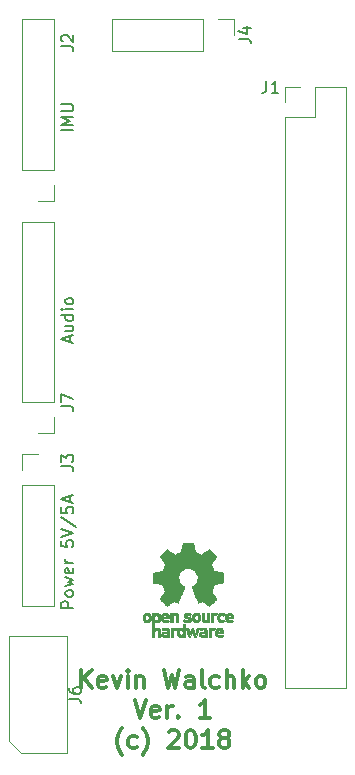
<source format=gbr>
G04 #@! TF.FileFunction,Legend,Top*
%FSLAX46Y46*%
G04 Gerber Fmt 4.6, Leading zero omitted, Abs format (unit mm)*
G04 Created by KiCad (PCBNEW 4.0.7) date Thursday, August 30, 2018 'PMt' 07:12:51 PM*
%MOMM*%
%LPD*%
G01*
G04 APERTURE LIST*
%ADD10C,0.100000*%
%ADD11C,0.300000*%
%ADD12C,0.120000*%
%ADD13C,0.010000*%
%ADD14C,0.150000*%
G04 APERTURE END LIST*
D10*
D11*
X140205000Y-111793571D02*
X140205000Y-110293571D01*
X141062143Y-111793571D02*
X140419286Y-110936429D01*
X141062143Y-110293571D02*
X140205000Y-111150714D01*
X142276428Y-111722143D02*
X142133571Y-111793571D01*
X141847857Y-111793571D01*
X141705000Y-111722143D01*
X141633571Y-111579286D01*
X141633571Y-111007857D01*
X141705000Y-110865000D01*
X141847857Y-110793571D01*
X142133571Y-110793571D01*
X142276428Y-110865000D01*
X142347857Y-111007857D01*
X142347857Y-111150714D01*
X141633571Y-111293571D01*
X142847857Y-110793571D02*
X143205000Y-111793571D01*
X143562142Y-110793571D01*
X144133571Y-111793571D02*
X144133571Y-110793571D01*
X144133571Y-110293571D02*
X144062142Y-110365000D01*
X144133571Y-110436429D01*
X144204999Y-110365000D01*
X144133571Y-110293571D01*
X144133571Y-110436429D01*
X144847857Y-110793571D02*
X144847857Y-111793571D01*
X144847857Y-110936429D02*
X144919285Y-110865000D01*
X145062143Y-110793571D01*
X145276428Y-110793571D01*
X145419285Y-110865000D01*
X145490714Y-111007857D01*
X145490714Y-111793571D01*
X147205000Y-110293571D02*
X147562143Y-111793571D01*
X147847857Y-110722143D01*
X148133571Y-111793571D01*
X148490714Y-110293571D01*
X149705000Y-111793571D02*
X149705000Y-111007857D01*
X149633571Y-110865000D01*
X149490714Y-110793571D01*
X149205000Y-110793571D01*
X149062143Y-110865000D01*
X149705000Y-111722143D02*
X149562143Y-111793571D01*
X149205000Y-111793571D01*
X149062143Y-111722143D01*
X148990714Y-111579286D01*
X148990714Y-111436429D01*
X149062143Y-111293571D01*
X149205000Y-111222143D01*
X149562143Y-111222143D01*
X149705000Y-111150714D01*
X150633572Y-111793571D02*
X150490714Y-111722143D01*
X150419286Y-111579286D01*
X150419286Y-110293571D01*
X151847857Y-111722143D02*
X151705000Y-111793571D01*
X151419286Y-111793571D01*
X151276428Y-111722143D01*
X151205000Y-111650714D01*
X151133571Y-111507857D01*
X151133571Y-111079286D01*
X151205000Y-110936429D01*
X151276428Y-110865000D01*
X151419286Y-110793571D01*
X151705000Y-110793571D01*
X151847857Y-110865000D01*
X152490714Y-111793571D02*
X152490714Y-110293571D01*
X153133571Y-111793571D02*
X153133571Y-111007857D01*
X153062142Y-110865000D01*
X152919285Y-110793571D01*
X152705000Y-110793571D01*
X152562142Y-110865000D01*
X152490714Y-110936429D01*
X153847857Y-111793571D02*
X153847857Y-110293571D01*
X153990714Y-111222143D02*
X154419285Y-111793571D01*
X154419285Y-110793571D02*
X153847857Y-111365000D01*
X155276429Y-111793571D02*
X155133571Y-111722143D01*
X155062143Y-111650714D01*
X154990714Y-111507857D01*
X154990714Y-111079286D01*
X155062143Y-110936429D01*
X155133571Y-110865000D01*
X155276429Y-110793571D01*
X155490714Y-110793571D01*
X155633571Y-110865000D01*
X155705000Y-110936429D01*
X155776429Y-111079286D01*
X155776429Y-111507857D01*
X155705000Y-111650714D01*
X155633571Y-111722143D01*
X155490714Y-111793571D01*
X155276429Y-111793571D01*
X144705001Y-112843571D02*
X145205001Y-114343571D01*
X145705001Y-112843571D01*
X146776429Y-114272143D02*
X146633572Y-114343571D01*
X146347858Y-114343571D01*
X146205001Y-114272143D01*
X146133572Y-114129286D01*
X146133572Y-113557857D01*
X146205001Y-113415000D01*
X146347858Y-113343571D01*
X146633572Y-113343571D01*
X146776429Y-113415000D01*
X146847858Y-113557857D01*
X146847858Y-113700714D01*
X146133572Y-113843571D01*
X147490715Y-114343571D02*
X147490715Y-113343571D01*
X147490715Y-113629286D02*
X147562143Y-113486429D01*
X147633572Y-113415000D01*
X147776429Y-113343571D01*
X147919286Y-113343571D01*
X148419286Y-114200714D02*
X148490714Y-114272143D01*
X148419286Y-114343571D01*
X148347857Y-114272143D01*
X148419286Y-114200714D01*
X148419286Y-114343571D01*
X151062143Y-114343571D02*
X150205000Y-114343571D01*
X150633572Y-114343571D02*
X150633572Y-112843571D01*
X150490715Y-113057857D01*
X150347857Y-113200714D01*
X150205000Y-113272143D01*
X143669287Y-117465000D02*
X143597859Y-117393571D01*
X143455002Y-117179286D01*
X143383573Y-117036429D01*
X143312144Y-116822143D01*
X143240716Y-116465000D01*
X143240716Y-116179286D01*
X143312144Y-115822143D01*
X143383573Y-115607857D01*
X143455002Y-115465000D01*
X143597859Y-115250714D01*
X143669287Y-115179286D01*
X144883573Y-116822143D02*
X144740716Y-116893571D01*
X144455002Y-116893571D01*
X144312144Y-116822143D01*
X144240716Y-116750714D01*
X144169287Y-116607857D01*
X144169287Y-116179286D01*
X144240716Y-116036429D01*
X144312144Y-115965000D01*
X144455002Y-115893571D01*
X144740716Y-115893571D01*
X144883573Y-115965000D01*
X145383573Y-117465000D02*
X145455001Y-117393571D01*
X145597858Y-117179286D01*
X145669287Y-117036429D01*
X145740716Y-116822143D01*
X145812144Y-116465000D01*
X145812144Y-116179286D01*
X145740716Y-115822143D01*
X145669287Y-115607857D01*
X145597858Y-115465000D01*
X145455001Y-115250714D01*
X145383573Y-115179286D01*
X147597858Y-115536429D02*
X147669287Y-115465000D01*
X147812144Y-115393571D01*
X148169287Y-115393571D01*
X148312144Y-115465000D01*
X148383573Y-115536429D01*
X148455001Y-115679286D01*
X148455001Y-115822143D01*
X148383573Y-116036429D01*
X147526430Y-116893571D01*
X148455001Y-116893571D01*
X149383572Y-115393571D02*
X149526429Y-115393571D01*
X149669286Y-115465000D01*
X149740715Y-115536429D01*
X149812144Y-115679286D01*
X149883572Y-115965000D01*
X149883572Y-116322143D01*
X149812144Y-116607857D01*
X149740715Y-116750714D01*
X149669286Y-116822143D01*
X149526429Y-116893571D01*
X149383572Y-116893571D01*
X149240715Y-116822143D01*
X149169286Y-116750714D01*
X149097858Y-116607857D01*
X149026429Y-116322143D01*
X149026429Y-115965000D01*
X149097858Y-115679286D01*
X149169286Y-115536429D01*
X149240715Y-115465000D01*
X149383572Y-115393571D01*
X151312143Y-116893571D02*
X150455000Y-116893571D01*
X150883572Y-116893571D02*
X150883572Y-115393571D01*
X150740715Y-115607857D01*
X150597857Y-115750714D01*
X150455000Y-115822143D01*
X152169286Y-116036429D02*
X152026428Y-115965000D01*
X151955000Y-115893571D01*
X151883571Y-115750714D01*
X151883571Y-115679286D01*
X151955000Y-115536429D01*
X152026428Y-115465000D01*
X152169286Y-115393571D01*
X152455000Y-115393571D01*
X152597857Y-115465000D01*
X152669286Y-115536429D01*
X152740714Y-115679286D01*
X152740714Y-115750714D01*
X152669286Y-115893571D01*
X152597857Y-115965000D01*
X152455000Y-116036429D01*
X152169286Y-116036429D01*
X152026428Y-116107857D01*
X151955000Y-116179286D01*
X151883571Y-116322143D01*
X151883571Y-116607857D01*
X151955000Y-116750714D01*
X152026428Y-116822143D01*
X152169286Y-116893571D01*
X152455000Y-116893571D01*
X152597857Y-116822143D01*
X152669286Y-116750714D01*
X152740714Y-116607857D01*
X152740714Y-116322143D01*
X152669286Y-116179286D01*
X152597857Y-116107857D01*
X152455000Y-116036429D01*
D12*
X157420000Y-111820000D02*
X162620000Y-111820000D01*
X157420000Y-63500000D02*
X157420000Y-111820000D01*
X162620000Y-60900000D02*
X162620000Y-111820000D01*
X157420000Y-63500000D02*
X160020000Y-63500000D01*
X160020000Y-63500000D02*
X160020000Y-60900000D01*
X160020000Y-60900000D02*
X162620000Y-60900000D01*
X157420000Y-62230000D02*
X157420000Y-60900000D01*
X157420000Y-60900000D02*
X158750000Y-60900000D01*
X137855000Y-55185000D02*
X135195000Y-55185000D01*
X137855000Y-67945000D02*
X137855000Y-55185000D01*
X135195000Y-67945000D02*
X135195000Y-55185000D01*
X137855000Y-67945000D02*
X135195000Y-67945000D01*
X137855000Y-69215000D02*
X137855000Y-70545000D01*
X137855000Y-70545000D02*
X136525000Y-70545000D01*
X137855000Y-72330000D02*
X135195000Y-72330000D01*
X137855000Y-87630000D02*
X137855000Y-72330000D01*
X135195000Y-87630000D02*
X135195000Y-72330000D01*
X137855000Y-87630000D02*
X135195000Y-87630000D01*
X137855000Y-88900000D02*
X137855000Y-90230000D01*
X137855000Y-90230000D02*
X136525000Y-90230000D01*
X134090000Y-116305000D02*
X135090000Y-117305000D01*
X138990000Y-107405000D02*
X134090000Y-107405000D01*
X134090000Y-107405000D02*
X134090000Y-116305000D01*
X135090000Y-117305000D02*
X138990000Y-117305000D01*
X138990000Y-117305000D02*
X138990000Y-107405000D01*
X135195000Y-104835000D02*
X137855000Y-104835000D01*
X135195000Y-94615000D02*
X135195000Y-104835000D01*
X137855000Y-94615000D02*
X137855000Y-104835000D01*
X135195000Y-94615000D02*
X137855000Y-94615000D01*
X135195000Y-93345000D02*
X135195000Y-92015000D01*
X135195000Y-92015000D02*
X136525000Y-92015000D01*
D13*
G36*
X146688360Y-105457468D02*
X146723592Y-105474874D01*
X146767040Y-105505206D01*
X146798706Y-105538283D01*
X146820394Y-105579817D01*
X146833903Y-105635522D01*
X146841038Y-105711111D01*
X146843600Y-105812296D01*
X146843750Y-105855797D01*
X146843312Y-105951135D01*
X146841496Y-106019271D01*
X146837545Y-106066418D01*
X146830702Y-106098790D01*
X146820211Y-106122600D01*
X146809296Y-106138843D01*
X146739619Y-106207952D01*
X146657566Y-106249521D01*
X146569050Y-106262023D01*
X146479981Y-106243934D01*
X146451763Y-106231142D01*
X146384210Y-106195931D01*
X146384210Y-106747700D01*
X146433512Y-106722205D01*
X146498473Y-106702480D01*
X146578320Y-106697427D01*
X146658052Y-106706756D01*
X146718265Y-106727714D01*
X146768208Y-106767627D01*
X146810881Y-106824741D01*
X146814090Y-106830605D01*
X146827622Y-106858227D01*
X146837505Y-106886068D01*
X146844309Y-106919794D01*
X146848601Y-106965071D01*
X146850951Y-107027562D01*
X146851928Y-107112935D01*
X146852105Y-107209010D01*
X146852105Y-107515526D01*
X146668289Y-107515526D01*
X146668289Y-106950339D01*
X146616875Y-106907077D01*
X146563466Y-106872472D01*
X146512888Y-106866180D01*
X146462030Y-106882372D01*
X146434925Y-106898227D01*
X146414751Y-106920810D01*
X146400403Y-106954940D01*
X146390776Y-107005434D01*
X146384763Y-107077111D01*
X146381260Y-107174788D01*
X146380026Y-107239802D01*
X146375855Y-107507171D01*
X146288125Y-107512222D01*
X146200394Y-107517273D01*
X146200394Y-105858101D01*
X146384210Y-105858101D01*
X146388896Y-105950600D01*
X146404688Y-106014809D01*
X146434183Y-106054759D01*
X146479980Y-106074480D01*
X146526250Y-106078421D01*
X146578628Y-106073892D01*
X146613390Y-106056069D01*
X146635128Y-106032519D01*
X146652240Y-106007189D01*
X146662427Y-105978969D01*
X146666960Y-105939431D01*
X146667109Y-105880142D01*
X146665584Y-105830498D01*
X146662081Y-105755710D01*
X146656867Y-105706611D01*
X146648087Y-105675467D01*
X146633886Y-105654545D01*
X146620484Y-105642452D01*
X146564487Y-105616081D01*
X146498211Y-105611822D01*
X146460156Y-105620906D01*
X146422477Y-105653196D01*
X146397519Y-105716006D01*
X146385422Y-105808894D01*
X146384210Y-105858101D01*
X146200394Y-105858101D01*
X146200394Y-105443421D01*
X146292302Y-105443421D01*
X146347483Y-105445603D01*
X146375952Y-105453351D01*
X146384206Y-105468468D01*
X146384210Y-105468916D01*
X146388040Y-105483720D01*
X146404933Y-105482039D01*
X146438519Y-105465772D01*
X146516778Y-105440887D01*
X146604827Y-105438271D01*
X146688360Y-105457468D01*
X146688360Y-105457468D01*
G37*
X146688360Y-105457468D02*
X146723592Y-105474874D01*
X146767040Y-105505206D01*
X146798706Y-105538283D01*
X146820394Y-105579817D01*
X146833903Y-105635522D01*
X146841038Y-105711111D01*
X146843600Y-105812296D01*
X146843750Y-105855797D01*
X146843312Y-105951135D01*
X146841496Y-106019271D01*
X146837545Y-106066418D01*
X146830702Y-106098790D01*
X146820211Y-106122600D01*
X146809296Y-106138843D01*
X146739619Y-106207952D01*
X146657566Y-106249521D01*
X146569050Y-106262023D01*
X146479981Y-106243934D01*
X146451763Y-106231142D01*
X146384210Y-106195931D01*
X146384210Y-106747700D01*
X146433512Y-106722205D01*
X146498473Y-106702480D01*
X146578320Y-106697427D01*
X146658052Y-106706756D01*
X146718265Y-106727714D01*
X146768208Y-106767627D01*
X146810881Y-106824741D01*
X146814090Y-106830605D01*
X146827622Y-106858227D01*
X146837505Y-106886068D01*
X146844309Y-106919794D01*
X146848601Y-106965071D01*
X146850951Y-107027562D01*
X146851928Y-107112935D01*
X146852105Y-107209010D01*
X146852105Y-107515526D01*
X146668289Y-107515526D01*
X146668289Y-106950339D01*
X146616875Y-106907077D01*
X146563466Y-106872472D01*
X146512888Y-106866180D01*
X146462030Y-106882372D01*
X146434925Y-106898227D01*
X146414751Y-106920810D01*
X146400403Y-106954940D01*
X146390776Y-107005434D01*
X146384763Y-107077111D01*
X146381260Y-107174788D01*
X146380026Y-107239802D01*
X146375855Y-107507171D01*
X146288125Y-107512222D01*
X146200394Y-107517273D01*
X146200394Y-105858101D01*
X146384210Y-105858101D01*
X146388896Y-105950600D01*
X146404688Y-106014809D01*
X146434183Y-106054759D01*
X146479980Y-106074480D01*
X146526250Y-106078421D01*
X146578628Y-106073892D01*
X146613390Y-106056069D01*
X146635128Y-106032519D01*
X146652240Y-106007189D01*
X146662427Y-105978969D01*
X146666960Y-105939431D01*
X146667109Y-105880142D01*
X146665584Y-105830498D01*
X146662081Y-105755710D01*
X146656867Y-105706611D01*
X146648087Y-105675467D01*
X146633886Y-105654545D01*
X146620484Y-105642452D01*
X146564487Y-105616081D01*
X146498211Y-105611822D01*
X146460156Y-105620906D01*
X146422477Y-105653196D01*
X146397519Y-105716006D01*
X146385422Y-105808894D01*
X146384210Y-105858101D01*
X146200394Y-105858101D01*
X146200394Y-105443421D01*
X146292302Y-105443421D01*
X146347483Y-105445603D01*
X146375952Y-105453351D01*
X146384206Y-105468468D01*
X146384210Y-105468916D01*
X146388040Y-105483720D01*
X146404933Y-105482039D01*
X146438519Y-105465772D01*
X146516778Y-105440887D01*
X146604827Y-105438271D01*
X146688360Y-105457468D01*
G36*
X147385457Y-106703184D02*
X147464070Y-106724160D01*
X147523916Y-106762180D01*
X147566147Y-106811978D01*
X147579275Y-106833230D01*
X147588968Y-106855492D01*
X147595744Y-106883970D01*
X147600123Y-106923871D01*
X147602624Y-106980401D01*
X147603768Y-107058767D01*
X147604072Y-107164176D01*
X147604078Y-107192142D01*
X147604078Y-107515526D01*
X147523868Y-107515526D01*
X147472706Y-107511943D01*
X147434877Y-107502866D01*
X147425399Y-107497268D01*
X147399488Y-107487606D01*
X147373024Y-107497268D01*
X147329452Y-107509330D01*
X147266160Y-107514185D01*
X147196010Y-107512078D01*
X147131860Y-107503256D01*
X147094407Y-107491937D01*
X147021933Y-107445412D01*
X146976640Y-107380846D01*
X146956278Y-107295000D01*
X146956088Y-107292796D01*
X146957875Y-107254713D01*
X147119473Y-107254713D01*
X147133601Y-107298030D01*
X147156612Y-107322408D01*
X147202804Y-107340845D01*
X147263775Y-107348205D01*
X147325949Y-107344583D01*
X147375751Y-107330074D01*
X147389703Y-107320765D01*
X147414085Y-107277753D01*
X147420263Y-107228857D01*
X147420263Y-107164605D01*
X147327818Y-107164605D01*
X147239995Y-107171366D01*
X147173418Y-107190520D01*
X147132002Y-107220376D01*
X147119473Y-107254713D01*
X146957875Y-107254713D01*
X146960490Y-107199004D01*
X146991424Y-107124847D01*
X147049581Y-107068767D01*
X147057620Y-107063665D01*
X147092163Y-107047055D01*
X147134918Y-107036996D01*
X147194686Y-107032107D01*
X147265690Y-107030983D01*
X147420263Y-107030921D01*
X147420263Y-106966125D01*
X147413706Y-106915850D01*
X147396975Y-106882169D01*
X147395016Y-106880376D01*
X147357783Y-106865642D01*
X147301580Y-106859931D01*
X147239467Y-106862737D01*
X147184510Y-106873556D01*
X147151899Y-106889782D01*
X147134228Y-106902780D01*
X147115569Y-106905262D01*
X147089819Y-106894613D01*
X147050873Y-106868218D01*
X146992630Y-106823465D01*
X146987284Y-106819273D01*
X146990023Y-106803760D01*
X147012876Y-106777960D01*
X147047609Y-106749289D01*
X147085990Y-106725166D01*
X147098048Y-106719470D01*
X147142034Y-106708103D01*
X147206487Y-106699995D01*
X147278497Y-106696743D01*
X147281864Y-106696736D01*
X147385457Y-106703184D01*
X147385457Y-106703184D01*
G37*
X147385457Y-106703184D02*
X147464070Y-106724160D01*
X147523916Y-106762180D01*
X147566147Y-106811978D01*
X147579275Y-106833230D01*
X147588968Y-106855492D01*
X147595744Y-106883970D01*
X147600123Y-106923871D01*
X147602624Y-106980401D01*
X147603768Y-107058767D01*
X147604072Y-107164176D01*
X147604078Y-107192142D01*
X147604078Y-107515526D01*
X147523868Y-107515526D01*
X147472706Y-107511943D01*
X147434877Y-107502866D01*
X147425399Y-107497268D01*
X147399488Y-107487606D01*
X147373024Y-107497268D01*
X147329452Y-107509330D01*
X147266160Y-107514185D01*
X147196010Y-107512078D01*
X147131860Y-107503256D01*
X147094407Y-107491937D01*
X147021933Y-107445412D01*
X146976640Y-107380846D01*
X146956278Y-107295000D01*
X146956088Y-107292796D01*
X146957875Y-107254713D01*
X147119473Y-107254713D01*
X147133601Y-107298030D01*
X147156612Y-107322408D01*
X147202804Y-107340845D01*
X147263775Y-107348205D01*
X147325949Y-107344583D01*
X147375751Y-107330074D01*
X147389703Y-107320765D01*
X147414085Y-107277753D01*
X147420263Y-107228857D01*
X147420263Y-107164605D01*
X147327818Y-107164605D01*
X147239995Y-107171366D01*
X147173418Y-107190520D01*
X147132002Y-107220376D01*
X147119473Y-107254713D01*
X146957875Y-107254713D01*
X146960490Y-107199004D01*
X146991424Y-107124847D01*
X147049581Y-107068767D01*
X147057620Y-107063665D01*
X147092163Y-107047055D01*
X147134918Y-107036996D01*
X147194686Y-107032107D01*
X147265690Y-107030983D01*
X147420263Y-107030921D01*
X147420263Y-106966125D01*
X147413706Y-106915850D01*
X147396975Y-106882169D01*
X147395016Y-106880376D01*
X147357783Y-106865642D01*
X147301580Y-106859931D01*
X147239467Y-106862737D01*
X147184510Y-106873556D01*
X147151899Y-106889782D01*
X147134228Y-106902780D01*
X147115569Y-106905262D01*
X147089819Y-106894613D01*
X147050873Y-106868218D01*
X146992630Y-106823465D01*
X146987284Y-106819273D01*
X146990023Y-106803760D01*
X147012876Y-106777960D01*
X147047609Y-106749289D01*
X147085990Y-106725166D01*
X147098048Y-106719470D01*
X147142034Y-106708103D01*
X147206487Y-106699995D01*
X147278497Y-106696743D01*
X147281864Y-106696736D01*
X147385457Y-106703184D01*
G36*
X147904881Y-106698486D02*
X147929888Y-106705982D01*
X147937950Y-106722451D01*
X147938289Y-106729886D01*
X147939736Y-106750594D01*
X147949698Y-106753845D01*
X147976612Y-106739648D01*
X147992598Y-106729948D01*
X148043033Y-106709175D01*
X148103272Y-106698904D01*
X148166434Y-106698114D01*
X148225637Y-106705786D01*
X148274002Y-106720898D01*
X148304646Y-106742432D01*
X148310689Y-106769366D01*
X148307639Y-106776660D01*
X148285406Y-106806937D01*
X148250930Y-106844175D01*
X148244694Y-106850195D01*
X148211833Y-106877875D01*
X148183480Y-106886818D01*
X148143827Y-106880576D01*
X148127942Y-106876429D01*
X148078509Y-106866467D01*
X148043752Y-106870947D01*
X148014400Y-106886746D01*
X147987513Y-106907949D01*
X147967710Y-106934614D01*
X147953948Y-106971827D01*
X147945184Y-107024673D01*
X147940374Y-107098237D01*
X147938474Y-107197605D01*
X147938289Y-107257601D01*
X147938289Y-107515526D01*
X147771184Y-107515526D01*
X147771184Y-106696710D01*
X147854736Y-106696710D01*
X147904881Y-106698486D01*
X147904881Y-106698486D01*
G37*
X147904881Y-106698486D02*
X147929888Y-106705982D01*
X147937950Y-106722451D01*
X147938289Y-106729886D01*
X147939736Y-106750594D01*
X147949698Y-106753845D01*
X147976612Y-106739648D01*
X147992598Y-106729948D01*
X148043033Y-106709175D01*
X148103272Y-106698904D01*
X148166434Y-106698114D01*
X148225637Y-106705786D01*
X148274002Y-106720898D01*
X148304646Y-106742432D01*
X148310689Y-106769366D01*
X148307639Y-106776660D01*
X148285406Y-106806937D01*
X148250930Y-106844175D01*
X148244694Y-106850195D01*
X148211833Y-106877875D01*
X148183480Y-106886818D01*
X148143827Y-106880576D01*
X148127942Y-106876429D01*
X148078509Y-106866467D01*
X148043752Y-106870947D01*
X148014400Y-106886746D01*
X147987513Y-106907949D01*
X147967710Y-106934614D01*
X147953948Y-106971827D01*
X147945184Y-107024673D01*
X147940374Y-107098237D01*
X147938474Y-107197605D01*
X147938289Y-107257601D01*
X147938289Y-107515526D01*
X147771184Y-107515526D01*
X147771184Y-106696710D01*
X147854736Y-106696710D01*
X147904881Y-106698486D01*
G36*
X148957631Y-107515526D02*
X148865723Y-107515526D01*
X148812377Y-107513962D01*
X148784593Y-107507485D01*
X148774590Y-107493418D01*
X148773815Y-107483906D01*
X148772128Y-107464832D01*
X148761490Y-107461174D01*
X148733535Y-107472932D01*
X148711795Y-107483906D01*
X148628332Y-107509911D01*
X148537604Y-107511416D01*
X148463842Y-107492021D01*
X148395154Y-107445165D01*
X148342794Y-107376004D01*
X148314122Y-107294427D01*
X148313392Y-107289866D01*
X148309132Y-107240101D01*
X148307014Y-107168659D01*
X148307184Y-107114626D01*
X148489720Y-107114626D01*
X148493949Y-107186441D01*
X148503568Y-107245634D01*
X148516590Y-107279060D01*
X148565856Y-107324740D01*
X148624350Y-107341115D01*
X148684671Y-107327873D01*
X148736217Y-107288373D01*
X148755738Y-107261807D01*
X148767152Y-107230106D01*
X148772498Y-107183832D01*
X148773815Y-107114328D01*
X148771458Y-107045499D01*
X148765233Y-106985026D01*
X148756408Y-106944556D01*
X148754937Y-106940929D01*
X148719347Y-106897802D01*
X148667400Y-106874124D01*
X148609278Y-106870301D01*
X148555160Y-106886738D01*
X148515226Y-106923840D01*
X148511083Y-106931222D01*
X148498116Y-106976239D01*
X148491052Y-107040967D01*
X148489720Y-107114626D01*
X148307184Y-107114626D01*
X148307271Y-107087230D01*
X148308472Y-107043405D01*
X148316645Y-106934988D01*
X148333630Y-106853588D01*
X148361887Y-106793412D01*
X148403872Y-106748666D01*
X148444632Y-106722400D01*
X148501581Y-106703935D01*
X148572411Y-106697602D01*
X148644941Y-106702760D01*
X148706986Y-106718769D01*
X148739768Y-106737920D01*
X148773815Y-106768732D01*
X148773815Y-106379210D01*
X148957631Y-106379210D01*
X148957631Y-107515526D01*
X148957631Y-107515526D01*
G37*
X148957631Y-107515526D02*
X148865723Y-107515526D01*
X148812377Y-107513962D01*
X148784593Y-107507485D01*
X148774590Y-107493418D01*
X148773815Y-107483906D01*
X148772128Y-107464832D01*
X148761490Y-107461174D01*
X148733535Y-107472932D01*
X148711795Y-107483906D01*
X148628332Y-107509911D01*
X148537604Y-107511416D01*
X148463842Y-107492021D01*
X148395154Y-107445165D01*
X148342794Y-107376004D01*
X148314122Y-107294427D01*
X148313392Y-107289866D01*
X148309132Y-107240101D01*
X148307014Y-107168659D01*
X148307184Y-107114626D01*
X148489720Y-107114626D01*
X148493949Y-107186441D01*
X148503568Y-107245634D01*
X148516590Y-107279060D01*
X148565856Y-107324740D01*
X148624350Y-107341115D01*
X148684671Y-107327873D01*
X148736217Y-107288373D01*
X148755738Y-107261807D01*
X148767152Y-107230106D01*
X148772498Y-107183832D01*
X148773815Y-107114328D01*
X148771458Y-107045499D01*
X148765233Y-106985026D01*
X148756408Y-106944556D01*
X148754937Y-106940929D01*
X148719347Y-106897802D01*
X148667400Y-106874124D01*
X148609278Y-106870301D01*
X148555160Y-106886738D01*
X148515226Y-106923840D01*
X148511083Y-106931222D01*
X148498116Y-106976239D01*
X148491052Y-107040967D01*
X148489720Y-107114626D01*
X148307184Y-107114626D01*
X148307271Y-107087230D01*
X148308472Y-107043405D01*
X148316645Y-106934988D01*
X148333630Y-106853588D01*
X148361887Y-106793412D01*
X148403872Y-106748666D01*
X148444632Y-106722400D01*
X148501581Y-106703935D01*
X148572411Y-106697602D01*
X148644941Y-106702760D01*
X148706986Y-106718769D01*
X148739768Y-106737920D01*
X148773815Y-106768732D01*
X148773815Y-106379210D01*
X148957631Y-106379210D01*
X148957631Y-107515526D01*
G36*
X149599130Y-106700104D02*
X149665220Y-106705066D01*
X149751626Y-106964079D01*
X149838031Y-107223092D01*
X149865124Y-107131184D01*
X149881428Y-107074384D01*
X149902875Y-106997625D01*
X149926035Y-106913251D01*
X149938280Y-106867993D01*
X149984344Y-106696710D01*
X150174387Y-106696710D01*
X150117582Y-106876349D01*
X150089607Y-106964704D01*
X150055813Y-107071281D01*
X150020520Y-107182454D01*
X149989013Y-107281579D01*
X149917250Y-107507171D01*
X149762286Y-107517253D01*
X149720270Y-107378528D01*
X149694359Y-107292351D01*
X149666083Y-107197347D01*
X149641369Y-107113441D01*
X149640394Y-107110102D01*
X149621935Y-107053248D01*
X149605649Y-107014456D01*
X149594242Y-106999787D01*
X149591898Y-107001483D01*
X149583671Y-107024225D01*
X149568038Y-107072940D01*
X149546904Y-107141502D01*
X149522170Y-107223785D01*
X149508787Y-107269046D01*
X149436311Y-107515526D01*
X149282495Y-107515526D01*
X149159531Y-107127006D01*
X149124988Y-107018022D01*
X149093521Y-106919048D01*
X149066616Y-106834736D01*
X149045759Y-106769734D01*
X149032438Y-106728692D01*
X149028388Y-106716701D01*
X149031594Y-106704423D01*
X149056765Y-106699046D01*
X149109146Y-106699584D01*
X149117345Y-106699990D01*
X149214482Y-106705066D01*
X149278100Y-106939013D01*
X149301484Y-107024333D01*
X149322381Y-107099335D01*
X149338951Y-107157507D01*
X149349354Y-107192337D01*
X149351276Y-107198016D01*
X149359241Y-107191486D01*
X149375304Y-107157654D01*
X149397621Y-107101127D01*
X149424345Y-107026510D01*
X149446937Y-106959107D01*
X149533041Y-106695143D01*
X149599130Y-106700104D01*
X149599130Y-106700104D01*
G37*
X149599130Y-106700104D02*
X149665220Y-106705066D01*
X149751626Y-106964079D01*
X149838031Y-107223092D01*
X149865124Y-107131184D01*
X149881428Y-107074384D01*
X149902875Y-106997625D01*
X149926035Y-106913251D01*
X149938280Y-106867993D01*
X149984344Y-106696710D01*
X150174387Y-106696710D01*
X150117582Y-106876349D01*
X150089607Y-106964704D01*
X150055813Y-107071281D01*
X150020520Y-107182454D01*
X149989013Y-107281579D01*
X149917250Y-107507171D01*
X149762286Y-107517253D01*
X149720270Y-107378528D01*
X149694359Y-107292351D01*
X149666083Y-107197347D01*
X149641369Y-107113441D01*
X149640394Y-107110102D01*
X149621935Y-107053248D01*
X149605649Y-107014456D01*
X149594242Y-106999787D01*
X149591898Y-107001483D01*
X149583671Y-107024225D01*
X149568038Y-107072940D01*
X149546904Y-107141502D01*
X149522170Y-107223785D01*
X149508787Y-107269046D01*
X149436311Y-107515526D01*
X149282495Y-107515526D01*
X149159531Y-107127006D01*
X149124988Y-107018022D01*
X149093521Y-106919048D01*
X149066616Y-106834736D01*
X149045759Y-106769734D01*
X149032438Y-106728692D01*
X149028388Y-106716701D01*
X149031594Y-106704423D01*
X149056765Y-106699046D01*
X149109146Y-106699584D01*
X149117345Y-106699990D01*
X149214482Y-106705066D01*
X149278100Y-106939013D01*
X149301484Y-107024333D01*
X149322381Y-107099335D01*
X149338951Y-107157507D01*
X149349354Y-107192337D01*
X149351276Y-107198016D01*
X149359241Y-107191486D01*
X149375304Y-107157654D01*
X149397621Y-107101127D01*
X149424345Y-107026510D01*
X149446937Y-106959107D01*
X149533041Y-106695143D01*
X149599130Y-106700104D01*
G36*
X150604992Y-106701673D02*
X150675427Y-106718780D01*
X150695787Y-106727844D01*
X150735253Y-106751583D01*
X150765541Y-106778321D01*
X150787952Y-106812699D01*
X150803786Y-106859360D01*
X150814343Y-106922946D01*
X150820924Y-107008099D01*
X150824828Y-107119462D01*
X150826310Y-107193849D01*
X150831765Y-107515526D01*
X150738580Y-107515526D01*
X150682047Y-107513156D01*
X150652922Y-107505055D01*
X150645394Y-107491451D01*
X150641420Y-107476741D01*
X150623652Y-107479554D01*
X150599440Y-107491348D01*
X150538828Y-107509427D01*
X150460929Y-107514299D01*
X150378995Y-107506330D01*
X150306281Y-107485889D01*
X150299759Y-107483051D01*
X150233302Y-107436365D01*
X150189491Y-107371464D01*
X150169332Y-107295600D01*
X150170872Y-107268344D01*
X150335345Y-107268344D01*
X150349837Y-107305024D01*
X150392805Y-107331309D01*
X150462129Y-107345417D01*
X150499177Y-107347290D01*
X150560919Y-107342494D01*
X150601960Y-107323858D01*
X150611973Y-107315000D01*
X150639100Y-107266806D01*
X150645394Y-107223092D01*
X150645394Y-107164605D01*
X150563930Y-107164605D01*
X150469234Y-107169432D01*
X150402813Y-107184613D01*
X150360846Y-107211200D01*
X150351449Y-107223052D01*
X150335345Y-107268344D01*
X150170872Y-107268344D01*
X150173829Y-107216026D01*
X150203985Y-107139995D01*
X150245131Y-107088612D01*
X150270052Y-107066397D01*
X150294448Y-107051798D01*
X150326191Y-107042897D01*
X150373152Y-107037775D01*
X150443204Y-107034515D01*
X150470990Y-107033577D01*
X150645394Y-107027879D01*
X150645138Y-106975091D01*
X150638384Y-106919603D01*
X150613964Y-106886052D01*
X150564630Y-106864618D01*
X150563306Y-106864236D01*
X150493360Y-106855808D01*
X150424914Y-106866816D01*
X150374047Y-106893585D01*
X150353637Y-106906803D01*
X150331654Y-106904974D01*
X150297826Y-106885824D01*
X150277961Y-106872308D01*
X150239106Y-106843432D01*
X150215038Y-106821786D01*
X150211176Y-106815589D01*
X150227079Y-106783519D01*
X150274065Y-106745219D01*
X150294473Y-106732297D01*
X150353143Y-106710041D01*
X150432212Y-106697432D01*
X150520041Y-106694600D01*
X150604992Y-106701673D01*
X150604992Y-106701673D01*
G37*
X150604992Y-106701673D02*
X150675427Y-106718780D01*
X150695787Y-106727844D01*
X150735253Y-106751583D01*
X150765541Y-106778321D01*
X150787952Y-106812699D01*
X150803786Y-106859360D01*
X150814343Y-106922946D01*
X150820924Y-107008099D01*
X150824828Y-107119462D01*
X150826310Y-107193849D01*
X150831765Y-107515526D01*
X150738580Y-107515526D01*
X150682047Y-107513156D01*
X150652922Y-107505055D01*
X150645394Y-107491451D01*
X150641420Y-107476741D01*
X150623652Y-107479554D01*
X150599440Y-107491348D01*
X150538828Y-107509427D01*
X150460929Y-107514299D01*
X150378995Y-107506330D01*
X150306281Y-107485889D01*
X150299759Y-107483051D01*
X150233302Y-107436365D01*
X150189491Y-107371464D01*
X150169332Y-107295600D01*
X150170872Y-107268344D01*
X150335345Y-107268344D01*
X150349837Y-107305024D01*
X150392805Y-107331309D01*
X150462129Y-107345417D01*
X150499177Y-107347290D01*
X150560919Y-107342494D01*
X150601960Y-107323858D01*
X150611973Y-107315000D01*
X150639100Y-107266806D01*
X150645394Y-107223092D01*
X150645394Y-107164605D01*
X150563930Y-107164605D01*
X150469234Y-107169432D01*
X150402813Y-107184613D01*
X150360846Y-107211200D01*
X150351449Y-107223052D01*
X150335345Y-107268344D01*
X150170872Y-107268344D01*
X150173829Y-107216026D01*
X150203985Y-107139995D01*
X150245131Y-107088612D01*
X150270052Y-107066397D01*
X150294448Y-107051798D01*
X150326191Y-107042897D01*
X150373152Y-107037775D01*
X150443204Y-107034515D01*
X150470990Y-107033577D01*
X150645394Y-107027879D01*
X150645138Y-106975091D01*
X150638384Y-106919603D01*
X150613964Y-106886052D01*
X150564630Y-106864618D01*
X150563306Y-106864236D01*
X150493360Y-106855808D01*
X150424914Y-106866816D01*
X150374047Y-106893585D01*
X150353637Y-106906803D01*
X150331654Y-106904974D01*
X150297826Y-106885824D01*
X150277961Y-106872308D01*
X150239106Y-106843432D01*
X150215038Y-106821786D01*
X150211176Y-106815589D01*
X150227079Y-106783519D01*
X150274065Y-106745219D01*
X150294473Y-106732297D01*
X150353143Y-106710041D01*
X150432212Y-106697432D01*
X150520041Y-106694600D01*
X150604992Y-106701673D01*
G36*
X151398167Y-106696447D02*
X151462408Y-106709112D01*
X151498980Y-106727864D01*
X151537453Y-106759017D01*
X151482717Y-106828127D01*
X151448969Y-106869979D01*
X151426053Y-106890398D01*
X151403279Y-106893517D01*
X151369956Y-106883472D01*
X151354314Y-106877789D01*
X151290542Y-106869404D01*
X151232140Y-106887378D01*
X151189264Y-106927982D01*
X151182299Y-106940929D01*
X151174713Y-106975224D01*
X151168859Y-107038427D01*
X151165011Y-107126060D01*
X151163443Y-107233640D01*
X151163421Y-107248944D01*
X151163421Y-107515526D01*
X150979605Y-107515526D01*
X150979605Y-106696710D01*
X151071513Y-106696710D01*
X151124507Y-106698094D01*
X151152115Y-106704252D01*
X151162324Y-106718194D01*
X151163421Y-106731344D01*
X151163421Y-106765978D01*
X151207450Y-106731344D01*
X151257937Y-106707716D01*
X151325760Y-106696033D01*
X151398167Y-106696447D01*
X151398167Y-106696447D01*
G37*
X151398167Y-106696447D02*
X151462408Y-106709112D01*
X151498980Y-106727864D01*
X151537453Y-106759017D01*
X151482717Y-106828127D01*
X151448969Y-106869979D01*
X151426053Y-106890398D01*
X151403279Y-106893517D01*
X151369956Y-106883472D01*
X151354314Y-106877789D01*
X151290542Y-106869404D01*
X151232140Y-106887378D01*
X151189264Y-106927982D01*
X151182299Y-106940929D01*
X151174713Y-106975224D01*
X151168859Y-107038427D01*
X151165011Y-107126060D01*
X151163443Y-107233640D01*
X151163421Y-107248944D01*
X151163421Y-107515526D01*
X150979605Y-107515526D01*
X150979605Y-106696710D01*
X151071513Y-106696710D01*
X151124507Y-106698094D01*
X151152115Y-106704252D01*
X151162324Y-106718194D01*
X151163421Y-106731344D01*
X151163421Y-106765978D01*
X151207450Y-106731344D01*
X151257937Y-106707716D01*
X151325760Y-106696033D01*
X151398167Y-106696447D01*
G36*
X151926193Y-106701078D02*
X152006068Y-106721845D01*
X152072962Y-106764705D01*
X152105351Y-106796723D01*
X152158445Y-106872413D01*
X152188873Y-106960216D01*
X152199327Y-107068150D01*
X152199380Y-107076875D01*
X152199473Y-107164605D01*
X151694534Y-107164605D01*
X151705298Y-107210559D01*
X151724732Y-107252178D01*
X151758745Y-107295544D01*
X151765860Y-107302467D01*
X151827003Y-107339935D01*
X151896729Y-107346289D01*
X151976987Y-107321638D01*
X151990592Y-107315000D01*
X152032319Y-107294819D01*
X152060268Y-107283321D01*
X152065145Y-107282258D01*
X152082168Y-107292583D01*
X152114633Y-107317845D01*
X152131114Y-107331650D01*
X152165264Y-107363361D01*
X152176478Y-107384299D01*
X152168695Y-107403560D01*
X152164535Y-107408827D01*
X152136357Y-107431878D01*
X152089862Y-107459892D01*
X152057434Y-107476246D01*
X151965385Y-107505059D01*
X151863476Y-107514395D01*
X151766963Y-107503332D01*
X151739934Y-107495412D01*
X151656276Y-107450581D01*
X151594266Y-107381598D01*
X151553545Y-107287794D01*
X151533755Y-107168498D01*
X151531582Y-107106118D01*
X151537926Y-107015298D01*
X151698157Y-107015298D01*
X151713655Y-107022012D01*
X151755312Y-107027280D01*
X151815876Y-107030389D01*
X151856907Y-107030921D01*
X151930711Y-107030408D01*
X151977293Y-107028006D01*
X152002848Y-107022422D01*
X152013569Y-107012361D01*
X152015657Y-106997763D01*
X152001331Y-106952796D01*
X151965262Y-106908353D01*
X151917815Y-106874242D01*
X151870349Y-106860288D01*
X151805879Y-106872666D01*
X151750070Y-106908452D01*
X151711374Y-106960033D01*
X151698157Y-107015298D01*
X151537926Y-107015298D01*
X151540821Y-106973866D01*
X151569336Y-106868498D01*
X151617729Y-106789178D01*
X151686604Y-106735071D01*
X151776565Y-106705343D01*
X151825300Y-106699618D01*
X151926193Y-106701078D01*
X151926193Y-106701078D01*
G37*
X151926193Y-106701078D02*
X152006068Y-106721845D01*
X152072962Y-106764705D01*
X152105351Y-106796723D01*
X152158445Y-106872413D01*
X152188873Y-106960216D01*
X152199327Y-107068150D01*
X152199380Y-107076875D01*
X152199473Y-107164605D01*
X151694534Y-107164605D01*
X151705298Y-107210559D01*
X151724732Y-107252178D01*
X151758745Y-107295544D01*
X151765860Y-107302467D01*
X151827003Y-107339935D01*
X151896729Y-107346289D01*
X151976987Y-107321638D01*
X151990592Y-107315000D01*
X152032319Y-107294819D01*
X152060268Y-107283321D01*
X152065145Y-107282258D01*
X152082168Y-107292583D01*
X152114633Y-107317845D01*
X152131114Y-107331650D01*
X152165264Y-107363361D01*
X152176478Y-107384299D01*
X152168695Y-107403560D01*
X152164535Y-107408827D01*
X152136357Y-107431878D01*
X152089862Y-107459892D01*
X152057434Y-107476246D01*
X151965385Y-107505059D01*
X151863476Y-107514395D01*
X151766963Y-107503332D01*
X151739934Y-107495412D01*
X151656276Y-107450581D01*
X151594266Y-107381598D01*
X151553545Y-107287794D01*
X151533755Y-107168498D01*
X151531582Y-107106118D01*
X151537926Y-107015298D01*
X151698157Y-107015298D01*
X151713655Y-107022012D01*
X151755312Y-107027280D01*
X151815876Y-107030389D01*
X151856907Y-107030921D01*
X151930711Y-107030408D01*
X151977293Y-107028006D01*
X152002848Y-107022422D01*
X152013569Y-107012361D01*
X152015657Y-106997763D01*
X152001331Y-106952796D01*
X151965262Y-106908353D01*
X151917815Y-106874242D01*
X151870349Y-106860288D01*
X151805879Y-106872666D01*
X151750070Y-106908452D01*
X151711374Y-106960033D01*
X151698157Y-107015298D01*
X151537926Y-107015298D01*
X151540821Y-106973866D01*
X151569336Y-106868498D01*
X151617729Y-106789178D01*
X151686604Y-106735071D01*
X151776565Y-106705343D01*
X151825300Y-106699618D01*
X151926193Y-106701078D01*
G36*
X145851784Y-105452104D02*
X145939205Y-105490754D01*
X146005570Y-105555290D01*
X146050976Y-105645812D01*
X146075518Y-105762418D01*
X146077277Y-105780624D01*
X146078656Y-105908984D01*
X146060784Y-106021496D01*
X146024750Y-106112688D01*
X146005455Y-106142022D01*
X145938245Y-106204106D01*
X145852650Y-106244316D01*
X145756890Y-106261003D01*
X145659187Y-106252517D01*
X145584917Y-106226380D01*
X145521047Y-106182335D01*
X145468846Y-106124587D01*
X145467943Y-106123236D01*
X145446744Y-106087593D01*
X145432967Y-106051752D01*
X145424624Y-106006519D01*
X145419727Y-105942701D01*
X145417569Y-105890368D01*
X145416671Y-105842910D01*
X145583743Y-105842910D01*
X145585376Y-105890154D01*
X145591304Y-105953046D01*
X145601761Y-105993407D01*
X145620619Y-106022122D01*
X145638281Y-106038896D01*
X145700894Y-106074016D01*
X145766408Y-106078710D01*
X145827421Y-106053440D01*
X145857928Y-106025124D01*
X145879911Y-105996589D01*
X145892769Y-105969284D01*
X145898412Y-105933750D01*
X145898751Y-105880524D01*
X145897012Y-105831506D01*
X145893271Y-105761482D01*
X145887341Y-105716064D01*
X145876653Y-105686440D01*
X145858639Y-105663797D01*
X145844363Y-105650855D01*
X145784651Y-105616860D01*
X145720234Y-105615165D01*
X145666219Y-105635301D01*
X145620140Y-105677352D01*
X145592689Y-105746428D01*
X145583743Y-105842910D01*
X145416671Y-105842910D01*
X145415599Y-105786299D01*
X145418964Y-105708468D01*
X145429045Y-105649930D01*
X145447226Y-105603737D01*
X145474890Y-105562942D01*
X145485146Y-105550828D01*
X145549278Y-105490474D01*
X145618066Y-105455220D01*
X145702189Y-105440450D01*
X145743209Y-105439243D01*
X145851784Y-105452104D01*
X145851784Y-105452104D01*
G37*
X145851784Y-105452104D02*
X145939205Y-105490754D01*
X146005570Y-105555290D01*
X146050976Y-105645812D01*
X146075518Y-105762418D01*
X146077277Y-105780624D01*
X146078656Y-105908984D01*
X146060784Y-106021496D01*
X146024750Y-106112688D01*
X146005455Y-106142022D01*
X145938245Y-106204106D01*
X145852650Y-106244316D01*
X145756890Y-106261003D01*
X145659187Y-106252517D01*
X145584917Y-106226380D01*
X145521047Y-106182335D01*
X145468846Y-106124587D01*
X145467943Y-106123236D01*
X145446744Y-106087593D01*
X145432967Y-106051752D01*
X145424624Y-106006519D01*
X145419727Y-105942701D01*
X145417569Y-105890368D01*
X145416671Y-105842910D01*
X145583743Y-105842910D01*
X145585376Y-105890154D01*
X145591304Y-105953046D01*
X145601761Y-105993407D01*
X145620619Y-106022122D01*
X145638281Y-106038896D01*
X145700894Y-106074016D01*
X145766408Y-106078710D01*
X145827421Y-106053440D01*
X145857928Y-106025124D01*
X145879911Y-105996589D01*
X145892769Y-105969284D01*
X145898412Y-105933750D01*
X145898751Y-105880524D01*
X145897012Y-105831506D01*
X145893271Y-105761482D01*
X145887341Y-105716064D01*
X145876653Y-105686440D01*
X145858639Y-105663797D01*
X145844363Y-105650855D01*
X145784651Y-105616860D01*
X145720234Y-105615165D01*
X145666219Y-105635301D01*
X145620140Y-105677352D01*
X145592689Y-105746428D01*
X145583743Y-105842910D01*
X145416671Y-105842910D01*
X145415599Y-105786299D01*
X145418964Y-105708468D01*
X145429045Y-105649930D01*
X145447226Y-105603737D01*
X145474890Y-105562942D01*
X145485146Y-105550828D01*
X145549278Y-105490474D01*
X145618066Y-105455220D01*
X145702189Y-105440450D01*
X145743209Y-105439243D01*
X145851784Y-105452104D01*
G36*
X147422018Y-105462027D02*
X147438670Y-105469866D01*
X147496305Y-105512086D01*
X147550805Y-105573700D01*
X147591499Y-105641543D01*
X147603074Y-105672734D01*
X147613634Y-105728449D01*
X147619931Y-105795781D01*
X147620696Y-105823585D01*
X147620789Y-105911316D01*
X147115850Y-105911316D01*
X147126613Y-105957270D01*
X147153033Y-106011620D01*
X147199222Y-106058591D01*
X147254172Y-106088848D01*
X147289189Y-106095131D01*
X147336677Y-106087506D01*
X147393335Y-106068383D01*
X147412582Y-106059584D01*
X147483759Y-106024036D01*
X147544502Y-106070367D01*
X147579552Y-106101703D01*
X147598202Y-106127567D01*
X147599147Y-106135158D01*
X147582485Y-106153556D01*
X147545970Y-106181515D01*
X147512828Y-106203327D01*
X147423393Y-106242537D01*
X147323129Y-106260285D01*
X147223754Y-106255670D01*
X147144539Y-106231551D01*
X147062880Y-106179884D01*
X147004849Y-106111856D01*
X146968546Y-106023843D01*
X146952072Y-105912216D01*
X146950611Y-105861138D01*
X146956457Y-105744091D01*
X146957175Y-105740686D01*
X147124489Y-105740686D01*
X147129097Y-105751662D01*
X147148036Y-105757715D01*
X147187098Y-105760310D01*
X147252077Y-105760910D01*
X147277097Y-105760921D01*
X147353221Y-105760014D01*
X147401496Y-105756720D01*
X147427460Y-105750181D01*
X147436648Y-105739537D01*
X147436973Y-105736119D01*
X147426487Y-105708956D01*
X147400242Y-105670903D01*
X147388959Y-105657579D01*
X147347072Y-105619896D01*
X147303409Y-105605080D01*
X147279885Y-105603842D01*
X147216243Y-105619329D01*
X147162873Y-105660930D01*
X147129019Y-105721353D01*
X147128419Y-105723322D01*
X147124489Y-105740686D01*
X146957175Y-105740686D01*
X146975899Y-105651928D01*
X147010922Y-105578190D01*
X147053756Y-105525848D01*
X147132948Y-105469092D01*
X147226040Y-105438762D01*
X147325055Y-105436021D01*
X147422018Y-105462027D01*
X147422018Y-105462027D01*
G37*
X147422018Y-105462027D02*
X147438670Y-105469866D01*
X147496305Y-105512086D01*
X147550805Y-105573700D01*
X147591499Y-105641543D01*
X147603074Y-105672734D01*
X147613634Y-105728449D01*
X147619931Y-105795781D01*
X147620696Y-105823585D01*
X147620789Y-105911316D01*
X147115850Y-105911316D01*
X147126613Y-105957270D01*
X147153033Y-106011620D01*
X147199222Y-106058591D01*
X147254172Y-106088848D01*
X147289189Y-106095131D01*
X147336677Y-106087506D01*
X147393335Y-106068383D01*
X147412582Y-106059584D01*
X147483759Y-106024036D01*
X147544502Y-106070367D01*
X147579552Y-106101703D01*
X147598202Y-106127567D01*
X147599147Y-106135158D01*
X147582485Y-106153556D01*
X147545970Y-106181515D01*
X147512828Y-106203327D01*
X147423393Y-106242537D01*
X147323129Y-106260285D01*
X147223754Y-106255670D01*
X147144539Y-106231551D01*
X147062880Y-106179884D01*
X147004849Y-106111856D01*
X146968546Y-106023843D01*
X146952072Y-105912216D01*
X146950611Y-105861138D01*
X146956457Y-105744091D01*
X146957175Y-105740686D01*
X147124489Y-105740686D01*
X147129097Y-105751662D01*
X147148036Y-105757715D01*
X147187098Y-105760310D01*
X147252077Y-105760910D01*
X147277097Y-105760921D01*
X147353221Y-105760014D01*
X147401496Y-105756720D01*
X147427460Y-105750181D01*
X147436648Y-105739537D01*
X147436973Y-105736119D01*
X147426487Y-105708956D01*
X147400242Y-105670903D01*
X147388959Y-105657579D01*
X147347072Y-105619896D01*
X147303409Y-105605080D01*
X147279885Y-105603842D01*
X147216243Y-105619329D01*
X147162873Y-105660930D01*
X147129019Y-105721353D01*
X147128419Y-105723322D01*
X147124489Y-105740686D01*
X146957175Y-105740686D01*
X146975899Y-105651928D01*
X147010922Y-105578190D01*
X147053756Y-105525848D01*
X147132948Y-105469092D01*
X147226040Y-105438762D01*
X147325055Y-105436021D01*
X147422018Y-105462027D01*
G36*
X149243628Y-105440547D02*
X149306908Y-105452548D01*
X149372557Y-105477648D01*
X149379572Y-105480848D01*
X149429356Y-105507026D01*
X149463834Y-105531353D01*
X149474978Y-105546937D01*
X149464366Y-105572353D01*
X149438588Y-105609853D01*
X149427146Y-105623852D01*
X149379992Y-105678954D01*
X149319201Y-105643086D01*
X149261347Y-105619192D01*
X149194500Y-105606420D01*
X149130394Y-105605613D01*
X149080764Y-105617615D01*
X149068854Y-105625105D01*
X149046172Y-105659450D01*
X149043416Y-105699013D01*
X149060388Y-105729920D01*
X149070427Y-105735913D01*
X149100510Y-105743357D01*
X149153389Y-105752106D01*
X149218575Y-105760467D01*
X149230600Y-105761778D01*
X149335297Y-105779888D01*
X149411232Y-105810651D01*
X149461592Y-105856907D01*
X149489564Y-105921497D01*
X149498278Y-106000387D01*
X149486240Y-106090065D01*
X149447151Y-106160486D01*
X149380855Y-106211777D01*
X149287194Y-106244067D01*
X149183223Y-106256807D01*
X149098438Y-106256654D01*
X149029665Y-106245083D01*
X148982697Y-106229109D01*
X148923350Y-106201275D01*
X148868506Y-106168973D01*
X148849013Y-106154755D01*
X148798881Y-106113835D01*
X148919803Y-105991477D01*
X148988543Y-106036967D01*
X149057488Y-106071133D01*
X149131111Y-106089004D01*
X149201883Y-106090889D01*
X149262274Y-106077101D01*
X149304757Y-106047949D01*
X149318474Y-106023352D01*
X149316417Y-105983904D01*
X149282330Y-105953737D01*
X149216308Y-105932906D01*
X149143974Y-105923279D01*
X149032652Y-105904910D01*
X148949952Y-105870254D01*
X148894765Y-105818297D01*
X148865988Y-105748023D01*
X148862001Y-105664707D01*
X148881693Y-105577681D01*
X148926589Y-105511902D01*
X148997091Y-105467068D01*
X149093601Y-105442879D01*
X149165100Y-105438137D01*
X149243628Y-105440547D01*
X149243628Y-105440547D01*
G37*
X149243628Y-105440547D02*
X149306908Y-105452548D01*
X149372557Y-105477648D01*
X149379572Y-105480848D01*
X149429356Y-105507026D01*
X149463834Y-105531353D01*
X149474978Y-105546937D01*
X149464366Y-105572353D01*
X149438588Y-105609853D01*
X149427146Y-105623852D01*
X149379992Y-105678954D01*
X149319201Y-105643086D01*
X149261347Y-105619192D01*
X149194500Y-105606420D01*
X149130394Y-105605613D01*
X149080764Y-105617615D01*
X149068854Y-105625105D01*
X149046172Y-105659450D01*
X149043416Y-105699013D01*
X149060388Y-105729920D01*
X149070427Y-105735913D01*
X149100510Y-105743357D01*
X149153389Y-105752106D01*
X149218575Y-105760467D01*
X149230600Y-105761778D01*
X149335297Y-105779888D01*
X149411232Y-105810651D01*
X149461592Y-105856907D01*
X149489564Y-105921497D01*
X149498278Y-106000387D01*
X149486240Y-106090065D01*
X149447151Y-106160486D01*
X149380855Y-106211777D01*
X149287194Y-106244067D01*
X149183223Y-106256807D01*
X149098438Y-106256654D01*
X149029665Y-106245083D01*
X148982697Y-106229109D01*
X148923350Y-106201275D01*
X148868506Y-106168973D01*
X148849013Y-106154755D01*
X148798881Y-106113835D01*
X148919803Y-105991477D01*
X148988543Y-106036967D01*
X149057488Y-106071133D01*
X149131111Y-106089004D01*
X149201883Y-106090889D01*
X149262274Y-106077101D01*
X149304757Y-106047949D01*
X149318474Y-106023352D01*
X149316417Y-105983904D01*
X149282330Y-105953737D01*
X149216308Y-105932906D01*
X149143974Y-105923279D01*
X149032652Y-105904910D01*
X148949952Y-105870254D01*
X148894765Y-105818297D01*
X148865988Y-105748023D01*
X148862001Y-105664707D01*
X148881693Y-105577681D01*
X148926589Y-105511902D01*
X148997091Y-105467068D01*
X149093601Y-105442879D01*
X149165100Y-105438137D01*
X149243628Y-105440547D01*
G36*
X150036669Y-105453310D02*
X150121192Y-105499340D01*
X150187321Y-105572006D01*
X150218478Y-105631106D01*
X150231855Y-105683305D01*
X150240522Y-105757719D01*
X150244237Y-105843442D01*
X150242754Y-105929569D01*
X150235831Y-106005193D01*
X150227745Y-106045584D01*
X150200465Y-106100840D01*
X150153220Y-106159530D01*
X150096282Y-106210852D01*
X150039924Y-106244005D01*
X150038550Y-106244531D01*
X149968616Y-106259018D01*
X149885737Y-106259377D01*
X149806977Y-106246188D01*
X149776566Y-106235617D01*
X149698239Y-106191201D01*
X149642143Y-106133007D01*
X149605286Y-106055965D01*
X149584680Y-105955001D01*
X149580018Y-105902116D01*
X149580613Y-105835663D01*
X149759736Y-105835663D01*
X149765770Y-105932630D01*
X149783138Y-106006523D01*
X149810740Y-106053736D01*
X149830404Y-106067237D01*
X149880787Y-106076651D01*
X149940673Y-106073864D01*
X149992449Y-106060316D01*
X150006027Y-106052862D01*
X150041849Y-106009451D01*
X150065493Y-105943014D01*
X150075558Y-105862161D01*
X150070642Y-105775502D01*
X150059655Y-105723349D01*
X150028109Y-105662951D01*
X149978311Y-105625197D01*
X149918337Y-105612143D01*
X149856264Y-105625849D01*
X149808582Y-105659372D01*
X149783525Y-105687031D01*
X149768900Y-105714294D01*
X149761929Y-105751190D01*
X149759833Y-105807750D01*
X149759736Y-105835663D01*
X149580613Y-105835663D01*
X149581282Y-105760994D01*
X149604265Y-105645271D01*
X149648972Y-105554941D01*
X149715405Y-105490000D01*
X149803565Y-105450445D01*
X149822495Y-105445858D01*
X149936266Y-105435090D01*
X150036669Y-105453310D01*
X150036669Y-105453310D01*
G37*
X150036669Y-105453310D02*
X150121192Y-105499340D01*
X150187321Y-105572006D01*
X150218478Y-105631106D01*
X150231855Y-105683305D01*
X150240522Y-105757719D01*
X150244237Y-105843442D01*
X150242754Y-105929569D01*
X150235831Y-106005193D01*
X150227745Y-106045584D01*
X150200465Y-106100840D01*
X150153220Y-106159530D01*
X150096282Y-106210852D01*
X150039924Y-106244005D01*
X150038550Y-106244531D01*
X149968616Y-106259018D01*
X149885737Y-106259377D01*
X149806977Y-106246188D01*
X149776566Y-106235617D01*
X149698239Y-106191201D01*
X149642143Y-106133007D01*
X149605286Y-106055965D01*
X149584680Y-105955001D01*
X149580018Y-105902116D01*
X149580613Y-105835663D01*
X149759736Y-105835663D01*
X149765770Y-105932630D01*
X149783138Y-106006523D01*
X149810740Y-106053736D01*
X149830404Y-106067237D01*
X149880787Y-106076651D01*
X149940673Y-106073864D01*
X149992449Y-106060316D01*
X150006027Y-106052862D01*
X150041849Y-106009451D01*
X150065493Y-105943014D01*
X150075558Y-105862161D01*
X150070642Y-105775502D01*
X150059655Y-105723349D01*
X150028109Y-105662951D01*
X149978311Y-105625197D01*
X149918337Y-105612143D01*
X149856264Y-105625849D01*
X149808582Y-105659372D01*
X149783525Y-105687031D01*
X149768900Y-105714294D01*
X149761929Y-105751190D01*
X149759833Y-105807750D01*
X149759736Y-105835663D01*
X149580613Y-105835663D01*
X149581282Y-105760994D01*
X149604265Y-105645271D01*
X149648972Y-105554941D01*
X149715405Y-105490000D01*
X149803565Y-105450445D01*
X149822495Y-105445858D01*
X149936266Y-105435090D01*
X150036669Y-105453310D01*
G36*
X150545131Y-105703533D02*
X150546710Y-105826089D01*
X150552481Y-105919179D01*
X150563991Y-105986651D01*
X150582790Y-106032355D01*
X150610426Y-106060139D01*
X150648448Y-106073854D01*
X150695526Y-106077358D01*
X150744832Y-106073432D01*
X150782283Y-106059089D01*
X150809428Y-106030478D01*
X150827815Y-105983751D01*
X150838993Y-105915058D01*
X150844511Y-105820550D01*
X150845921Y-105703533D01*
X150845921Y-105443421D01*
X151029736Y-105443421D01*
X151029736Y-106245526D01*
X150937828Y-106245526D01*
X150882422Y-106243281D01*
X150853891Y-106235396D01*
X150845921Y-106220428D01*
X150841120Y-106207097D01*
X150822014Y-106209917D01*
X150783504Y-106228783D01*
X150695239Y-106257887D01*
X150601623Y-106255825D01*
X150511921Y-106224221D01*
X150469204Y-106199257D01*
X150436621Y-106172226D01*
X150412817Y-106138405D01*
X150396439Y-106093068D01*
X150386131Y-106031489D01*
X150380541Y-105948943D01*
X150378312Y-105840705D01*
X150378026Y-105757004D01*
X150378026Y-105443421D01*
X150545131Y-105443421D01*
X150545131Y-105703533D01*
X150545131Y-105703533D01*
G37*
X150545131Y-105703533D02*
X150546710Y-105826089D01*
X150552481Y-105919179D01*
X150563991Y-105986651D01*
X150582790Y-106032355D01*
X150610426Y-106060139D01*
X150648448Y-106073854D01*
X150695526Y-106077358D01*
X150744832Y-106073432D01*
X150782283Y-106059089D01*
X150809428Y-106030478D01*
X150827815Y-105983751D01*
X150838993Y-105915058D01*
X150844511Y-105820550D01*
X150845921Y-105703533D01*
X150845921Y-105443421D01*
X151029736Y-105443421D01*
X151029736Y-106245526D01*
X150937828Y-106245526D01*
X150882422Y-106243281D01*
X150853891Y-106235396D01*
X150845921Y-106220428D01*
X150841120Y-106207097D01*
X150822014Y-106209917D01*
X150783504Y-106228783D01*
X150695239Y-106257887D01*
X150601623Y-106255825D01*
X150511921Y-106224221D01*
X150469204Y-106199257D01*
X150436621Y-106172226D01*
X150412817Y-106138405D01*
X150396439Y-106093068D01*
X150386131Y-106031489D01*
X150380541Y-105948943D01*
X150378312Y-105840705D01*
X150378026Y-105757004D01*
X150378026Y-105443421D01*
X150545131Y-105443421D01*
X150545131Y-105703533D01*
G36*
X152171576Y-105450419D02*
X152268395Y-105491549D01*
X152298890Y-105511571D01*
X152337865Y-105542340D01*
X152362331Y-105566533D01*
X152366578Y-105574413D01*
X152354584Y-105591899D01*
X152323887Y-105621570D01*
X152299312Y-105642279D01*
X152232046Y-105696336D01*
X152178930Y-105651642D01*
X152137884Y-105622789D01*
X152097863Y-105612829D01*
X152052059Y-105615261D01*
X151979324Y-105633345D01*
X151929256Y-105670881D01*
X151898829Y-105731562D01*
X151885017Y-105819081D01*
X151885013Y-105819136D01*
X151886208Y-105916958D01*
X151904772Y-105988730D01*
X151941804Y-106037595D01*
X151967050Y-106054143D01*
X152034097Y-106074749D01*
X152105709Y-106074762D01*
X152168015Y-106054768D01*
X152182763Y-106045000D01*
X152219750Y-106020047D01*
X152248668Y-106015958D01*
X152279856Y-106034530D01*
X152314336Y-106067887D01*
X152368912Y-106124196D01*
X152308318Y-106174142D01*
X152214698Y-106230513D01*
X152109125Y-106258293D01*
X151998798Y-106256282D01*
X151926343Y-106237862D01*
X151841656Y-106192310D01*
X151773927Y-106120650D01*
X151743157Y-106070066D01*
X151718236Y-105997488D01*
X151705766Y-105905569D01*
X151705670Y-105805948D01*
X151717870Y-105710267D01*
X151742290Y-105630169D01*
X151746136Y-105621956D01*
X151803093Y-105541413D01*
X151880209Y-105482771D01*
X151971390Y-105447247D01*
X152070543Y-105436057D01*
X152171576Y-105450419D01*
X152171576Y-105450419D01*
G37*
X152171576Y-105450419D02*
X152268395Y-105491549D01*
X152298890Y-105511571D01*
X152337865Y-105542340D01*
X152362331Y-105566533D01*
X152366578Y-105574413D01*
X152354584Y-105591899D01*
X152323887Y-105621570D01*
X152299312Y-105642279D01*
X152232046Y-105696336D01*
X152178930Y-105651642D01*
X152137884Y-105622789D01*
X152097863Y-105612829D01*
X152052059Y-105615261D01*
X151979324Y-105633345D01*
X151929256Y-105670881D01*
X151898829Y-105731562D01*
X151885017Y-105819081D01*
X151885013Y-105819136D01*
X151886208Y-105916958D01*
X151904772Y-105988730D01*
X151941804Y-106037595D01*
X151967050Y-106054143D01*
X152034097Y-106074749D01*
X152105709Y-106074762D01*
X152168015Y-106054768D01*
X152182763Y-106045000D01*
X152219750Y-106020047D01*
X152248668Y-106015958D01*
X152279856Y-106034530D01*
X152314336Y-106067887D01*
X152368912Y-106124196D01*
X152308318Y-106174142D01*
X152214698Y-106230513D01*
X152109125Y-106258293D01*
X151998798Y-106256282D01*
X151926343Y-106237862D01*
X151841656Y-106192310D01*
X151773927Y-106120650D01*
X151743157Y-106070066D01*
X151718236Y-105997488D01*
X151705766Y-105905569D01*
X151705670Y-105805948D01*
X151717870Y-105710267D01*
X151742290Y-105630169D01*
X151746136Y-105621956D01*
X151803093Y-105541413D01*
X151880209Y-105482771D01*
X151971390Y-105447247D01*
X152070543Y-105436057D01*
X152171576Y-105450419D01*
G36*
X152783784Y-105440554D02*
X152826574Y-105450949D01*
X152908609Y-105489013D01*
X152978757Y-105547149D01*
X153027305Y-105616852D01*
X153033975Y-105632502D01*
X153043124Y-105673496D01*
X153049529Y-105734138D01*
X153051710Y-105795430D01*
X153051710Y-105911316D01*
X152809407Y-105911316D01*
X152709471Y-105911693D01*
X152639069Y-105913987D01*
X152594313Y-105919938D01*
X152571315Y-105931285D01*
X152566189Y-105949771D01*
X152575048Y-105977136D01*
X152590917Y-106009155D01*
X152635184Y-106062592D01*
X152696699Y-106089215D01*
X152771885Y-106088347D01*
X152857053Y-106059371D01*
X152930659Y-106023611D01*
X152991734Y-106071904D01*
X153052810Y-106120197D01*
X152995351Y-106173285D01*
X152918641Y-106223445D01*
X152824302Y-106253688D01*
X152722827Y-106262151D01*
X152624711Y-106246974D01*
X152608881Y-106241824D01*
X152522647Y-106196791D01*
X152458501Y-106129652D01*
X152415091Y-106038405D01*
X152391064Y-105921044D01*
X152390784Y-105918529D01*
X152388633Y-105790627D01*
X152397329Y-105744997D01*
X152567105Y-105744997D01*
X152582697Y-105752013D01*
X152625029Y-105757388D01*
X152687434Y-105760457D01*
X152726981Y-105760921D01*
X152800728Y-105760630D01*
X152846840Y-105758783D01*
X152871100Y-105753912D01*
X152879294Y-105744555D01*
X152877206Y-105729245D01*
X152875455Y-105723322D01*
X152845560Y-105667668D01*
X152798542Y-105622815D01*
X152757049Y-105603105D01*
X152701926Y-105604295D01*
X152646068Y-105628875D01*
X152599212Y-105669570D01*
X152571094Y-105719108D01*
X152567105Y-105744997D01*
X152397329Y-105744997D01*
X152410074Y-105678133D01*
X152452611Y-105583727D01*
X152513747Y-105510088D01*
X152590985Y-105459893D01*
X152681830Y-105435822D01*
X152783784Y-105440554D01*
X152783784Y-105440554D01*
G37*
X152783784Y-105440554D02*
X152826574Y-105450949D01*
X152908609Y-105489013D01*
X152978757Y-105547149D01*
X153027305Y-105616852D01*
X153033975Y-105632502D01*
X153043124Y-105673496D01*
X153049529Y-105734138D01*
X153051710Y-105795430D01*
X153051710Y-105911316D01*
X152809407Y-105911316D01*
X152709471Y-105911693D01*
X152639069Y-105913987D01*
X152594313Y-105919938D01*
X152571315Y-105931285D01*
X152566189Y-105949771D01*
X152575048Y-105977136D01*
X152590917Y-106009155D01*
X152635184Y-106062592D01*
X152696699Y-106089215D01*
X152771885Y-106088347D01*
X152857053Y-106059371D01*
X152930659Y-106023611D01*
X152991734Y-106071904D01*
X153052810Y-106120197D01*
X152995351Y-106173285D01*
X152918641Y-106223445D01*
X152824302Y-106253688D01*
X152722827Y-106262151D01*
X152624711Y-106246974D01*
X152608881Y-106241824D01*
X152522647Y-106196791D01*
X152458501Y-106129652D01*
X152415091Y-106038405D01*
X152391064Y-105921044D01*
X152390784Y-105918529D01*
X152388633Y-105790627D01*
X152397329Y-105744997D01*
X152567105Y-105744997D01*
X152582697Y-105752013D01*
X152625029Y-105757388D01*
X152687434Y-105760457D01*
X152726981Y-105760921D01*
X152800728Y-105760630D01*
X152846840Y-105758783D01*
X152871100Y-105753912D01*
X152879294Y-105744555D01*
X152877206Y-105729245D01*
X152875455Y-105723322D01*
X152845560Y-105667668D01*
X152798542Y-105622815D01*
X152757049Y-105603105D01*
X152701926Y-105604295D01*
X152646068Y-105628875D01*
X152599212Y-105669570D01*
X152571094Y-105719108D01*
X152567105Y-105744997D01*
X152397329Y-105744997D01*
X152410074Y-105678133D01*
X152452611Y-105583727D01*
X152513747Y-105510088D01*
X152590985Y-105459893D01*
X152681830Y-105435822D01*
X152783784Y-105440554D01*
G36*
X148222957Y-105457226D02*
X148264546Y-105477090D01*
X148304825Y-105505784D01*
X148335510Y-105538809D01*
X148357861Y-105580931D01*
X148373136Y-105636915D01*
X148382592Y-105711528D01*
X148387487Y-105809535D01*
X148389081Y-105935702D01*
X148389106Y-105948914D01*
X148389473Y-106245526D01*
X148205657Y-106245526D01*
X148205657Y-105972081D01*
X148205527Y-105870777D01*
X148204621Y-105797353D01*
X148202173Y-105746271D01*
X148197414Y-105711990D01*
X148189574Y-105688971D01*
X148177885Y-105671673D01*
X148161602Y-105654581D01*
X148104634Y-105617857D01*
X148042445Y-105611042D01*
X147983199Y-105634261D01*
X147962595Y-105651543D01*
X147947470Y-105667791D01*
X147936610Y-105685191D01*
X147929310Y-105709212D01*
X147924863Y-105745322D01*
X147922564Y-105798988D01*
X147921704Y-105875680D01*
X147921578Y-105969043D01*
X147921578Y-106245526D01*
X147737763Y-106245526D01*
X147737763Y-105443421D01*
X147829671Y-105443421D01*
X147884851Y-105445603D01*
X147913320Y-105453351D01*
X147921575Y-105468468D01*
X147921578Y-105468916D01*
X147925408Y-105483720D01*
X147942301Y-105482040D01*
X147975888Y-105465773D01*
X148052063Y-105441840D01*
X148139200Y-105439178D01*
X148222957Y-105457226D01*
X148222957Y-105457226D01*
G37*
X148222957Y-105457226D02*
X148264546Y-105477090D01*
X148304825Y-105505784D01*
X148335510Y-105538809D01*
X148357861Y-105580931D01*
X148373136Y-105636915D01*
X148382592Y-105711528D01*
X148387487Y-105809535D01*
X148389081Y-105935702D01*
X148389106Y-105948914D01*
X148389473Y-106245526D01*
X148205657Y-106245526D01*
X148205657Y-105972081D01*
X148205527Y-105870777D01*
X148204621Y-105797353D01*
X148202173Y-105746271D01*
X148197414Y-105711990D01*
X148189574Y-105688971D01*
X148177885Y-105671673D01*
X148161602Y-105654581D01*
X148104634Y-105617857D01*
X148042445Y-105611042D01*
X147983199Y-105634261D01*
X147962595Y-105651543D01*
X147947470Y-105667791D01*
X147936610Y-105685191D01*
X147929310Y-105709212D01*
X147924863Y-105745322D01*
X147922564Y-105798988D01*
X147921704Y-105875680D01*
X147921578Y-105969043D01*
X147921578Y-106245526D01*
X147737763Y-106245526D01*
X147737763Y-105443421D01*
X147829671Y-105443421D01*
X147884851Y-105445603D01*
X147913320Y-105453351D01*
X147921575Y-105468468D01*
X147921578Y-105468916D01*
X147925408Y-105483720D01*
X147942301Y-105482040D01*
X147975888Y-105465773D01*
X148052063Y-105441840D01*
X148139200Y-105439178D01*
X148222957Y-105457226D01*
G36*
X151616388Y-105442645D02*
X151673865Y-105460206D01*
X151710872Y-105482395D01*
X151722927Y-105499942D01*
X151719609Y-105520742D01*
X151698079Y-105553419D01*
X151679874Y-105576562D01*
X151642344Y-105618402D01*
X151614148Y-105636005D01*
X151590111Y-105634856D01*
X151518808Y-105616710D01*
X151466442Y-105617534D01*
X151423918Y-105638098D01*
X151409642Y-105650134D01*
X151363947Y-105692483D01*
X151363947Y-106245526D01*
X151180131Y-106245526D01*
X151180131Y-105443421D01*
X151272039Y-105443421D01*
X151327219Y-105445603D01*
X151355688Y-105453351D01*
X151363943Y-105468468D01*
X151363947Y-105468916D01*
X151367845Y-105484749D01*
X151385474Y-105482684D01*
X151409901Y-105471261D01*
X151460350Y-105450005D01*
X151501316Y-105437216D01*
X151554028Y-105433938D01*
X151616388Y-105442645D01*
X151616388Y-105442645D01*
G37*
X151616388Y-105442645D02*
X151673865Y-105460206D01*
X151710872Y-105482395D01*
X151722927Y-105499942D01*
X151719609Y-105520742D01*
X151698079Y-105553419D01*
X151679874Y-105576562D01*
X151642344Y-105618402D01*
X151614148Y-105636005D01*
X151590111Y-105634856D01*
X151518808Y-105616710D01*
X151466442Y-105617534D01*
X151423918Y-105638098D01*
X151409642Y-105650134D01*
X151363947Y-105692483D01*
X151363947Y-106245526D01*
X151180131Y-106245526D01*
X151180131Y-105443421D01*
X151272039Y-105443421D01*
X151327219Y-105445603D01*
X151355688Y-105453351D01*
X151363943Y-105468468D01*
X151363947Y-105468916D01*
X151367845Y-105484749D01*
X151385474Y-105482684D01*
X151409901Y-105471261D01*
X151460350Y-105450005D01*
X151501316Y-105437216D01*
X151554028Y-105433938D01*
X151616388Y-105442645D01*
G36*
X149725964Y-99903576D02*
X149801513Y-100304322D01*
X150359041Y-100534154D01*
X150693465Y-100306748D01*
X150787122Y-100243431D01*
X150871782Y-100186896D01*
X150943495Y-100139727D01*
X150998311Y-100104502D01*
X151032280Y-100083805D01*
X151041530Y-100079342D01*
X151058195Y-100090820D01*
X151093806Y-100122551D01*
X151144371Y-100170483D01*
X151205900Y-100230562D01*
X151274399Y-100298733D01*
X151345879Y-100370945D01*
X151416347Y-100443142D01*
X151481811Y-100511273D01*
X151538280Y-100571283D01*
X151581763Y-100619119D01*
X151608268Y-100650727D01*
X151614605Y-100661305D01*
X151605486Y-100680806D01*
X151579920Y-100723531D01*
X151540597Y-100785298D01*
X151490203Y-100861931D01*
X151431427Y-100949248D01*
X151397368Y-100999052D01*
X151335289Y-101089993D01*
X151280126Y-101172059D01*
X151234554Y-101241163D01*
X151201250Y-101293222D01*
X151182890Y-101324150D01*
X151180131Y-101330650D01*
X151186385Y-101349121D01*
X151203434Y-101392172D01*
X151228703Y-101453749D01*
X151259622Y-101527799D01*
X151293618Y-101608270D01*
X151328118Y-101689107D01*
X151360551Y-101764258D01*
X151388343Y-101827671D01*
X151408923Y-101873293D01*
X151419719Y-101895069D01*
X151420356Y-101895926D01*
X151437307Y-101900084D01*
X151482451Y-101909361D01*
X151551110Y-101922844D01*
X151638602Y-101939621D01*
X151740250Y-101958781D01*
X151799556Y-101969830D01*
X151908172Y-101990510D01*
X152006277Y-102010189D01*
X152088909Y-102027789D01*
X152151104Y-102042233D01*
X152187899Y-102052446D01*
X152195296Y-102055686D01*
X152202540Y-102077617D01*
X152208385Y-102127147D01*
X152212835Y-102198485D01*
X152215893Y-102285839D01*
X152217565Y-102383417D01*
X152217853Y-102485426D01*
X152216761Y-102586075D01*
X152214294Y-102679572D01*
X152210456Y-102760125D01*
X152205250Y-102821942D01*
X152198681Y-102859230D01*
X152194741Y-102866993D01*
X152171188Y-102876298D01*
X152121282Y-102889600D01*
X152051623Y-102905337D01*
X151968813Y-102921946D01*
X151939905Y-102927319D01*
X151800531Y-102952848D01*
X151690436Y-102973408D01*
X151605982Y-102989815D01*
X151543530Y-103002887D01*
X151499444Y-103013441D01*
X151470085Y-103022294D01*
X151451815Y-103030263D01*
X151440998Y-103038165D01*
X151439485Y-103039727D01*
X151424377Y-103064886D01*
X151401329Y-103113850D01*
X151372644Y-103180621D01*
X151340622Y-103259205D01*
X151307565Y-103343607D01*
X151275773Y-103427830D01*
X151247549Y-103505879D01*
X151225193Y-103571759D01*
X151211007Y-103619473D01*
X151207293Y-103643027D01*
X151207602Y-103643852D01*
X151220189Y-103663104D01*
X151248744Y-103705463D01*
X151290267Y-103766521D01*
X151341756Y-103841868D01*
X151400211Y-103927096D01*
X151416858Y-103951315D01*
X151476215Y-104039123D01*
X151528447Y-104119238D01*
X151570708Y-104187062D01*
X151600153Y-104237993D01*
X151613937Y-104267431D01*
X151614605Y-104271048D01*
X151603024Y-104290057D01*
X151571024Y-104327714D01*
X151522718Y-104379973D01*
X151462220Y-104442786D01*
X151393644Y-104512106D01*
X151321104Y-104583885D01*
X151248712Y-104654077D01*
X151180584Y-104718635D01*
X151120832Y-104773510D01*
X151073571Y-104814656D01*
X151042913Y-104838026D01*
X151034432Y-104841842D01*
X151014691Y-104832855D01*
X150974274Y-104808616D01*
X150919763Y-104773209D01*
X150877823Y-104744711D01*
X150801829Y-104692418D01*
X150711834Y-104630845D01*
X150621564Y-104569370D01*
X150573032Y-104536469D01*
X150408762Y-104425359D01*
X150270869Y-104499916D01*
X150208049Y-104532578D01*
X150154629Y-104557966D01*
X150118484Y-104572446D01*
X150109284Y-104574460D01*
X150098221Y-104559584D01*
X150076394Y-104517547D01*
X150045434Y-104452227D01*
X150006970Y-104367500D01*
X149962632Y-104267245D01*
X149914047Y-104155339D01*
X149862846Y-104035659D01*
X149810659Y-103912084D01*
X149759113Y-103788491D01*
X149709840Y-103668757D01*
X149664467Y-103556759D01*
X149624625Y-103456377D01*
X149591942Y-103371486D01*
X149568049Y-103305965D01*
X149554574Y-103263690D01*
X149552406Y-103249172D01*
X149569583Y-103230653D01*
X149607190Y-103200590D01*
X149657366Y-103165232D01*
X149661578Y-103162434D01*
X149791264Y-103058625D01*
X149895834Y-102937515D01*
X149974381Y-102802976D01*
X150025999Y-102658882D01*
X150049782Y-102509105D01*
X150044823Y-102357517D01*
X150010217Y-102207992D01*
X149945057Y-102064400D01*
X149925886Y-102032984D01*
X149826174Y-101906125D01*
X149708377Y-101804255D01*
X149576571Y-101727904D01*
X149434833Y-101677602D01*
X149287242Y-101653879D01*
X149137873Y-101657265D01*
X148990803Y-101688288D01*
X148850111Y-101747480D01*
X148719873Y-101835369D01*
X148679586Y-101871042D01*
X148577055Y-101982706D01*
X148502341Y-102100257D01*
X148451090Y-102232020D01*
X148422546Y-102362507D01*
X148415500Y-102509216D01*
X148438996Y-102656653D01*
X148490649Y-102799834D01*
X148568071Y-102933777D01*
X148668875Y-103053498D01*
X148790676Y-103154014D01*
X148806684Y-103164609D01*
X148857398Y-103199306D01*
X148895950Y-103229370D01*
X148914381Y-103248565D01*
X148914649Y-103249172D01*
X148910692Y-103269936D01*
X148895007Y-103317062D01*
X148869222Y-103386673D01*
X148834969Y-103474893D01*
X148793877Y-103577844D01*
X148747576Y-103691650D01*
X148697696Y-103812435D01*
X148645867Y-103936321D01*
X148593719Y-104059432D01*
X148542882Y-104177891D01*
X148494987Y-104287823D01*
X148451662Y-104385349D01*
X148414538Y-104466593D01*
X148385244Y-104527679D01*
X148365412Y-104564730D01*
X148357426Y-104574460D01*
X148333021Y-104566883D01*
X148287358Y-104546560D01*
X148228310Y-104517125D01*
X148195840Y-104499916D01*
X148057947Y-104425359D01*
X147893677Y-104536469D01*
X147809821Y-104593390D01*
X147718013Y-104656030D01*
X147631980Y-104715011D01*
X147588887Y-104744711D01*
X147528277Y-104785410D01*
X147476955Y-104817663D01*
X147441615Y-104837384D01*
X147430137Y-104841554D01*
X147413430Y-104830307D01*
X147376454Y-104798911D01*
X147322795Y-104750624D01*
X147256038Y-104688708D01*
X147179766Y-104616421D01*
X147131527Y-104570008D01*
X147047133Y-104487087D01*
X146974197Y-104412920D01*
X146915669Y-104350680D01*
X146874497Y-104303541D01*
X146853628Y-104274673D01*
X146851626Y-104268815D01*
X146860917Y-104246532D01*
X146886591Y-104201477D01*
X146925800Y-104138211D01*
X146975697Y-104061295D01*
X147033433Y-103975292D01*
X147049851Y-103951315D01*
X147109677Y-103864170D01*
X147163350Y-103785710D01*
X147207870Y-103720345D01*
X147240235Y-103672484D01*
X147257445Y-103646535D01*
X147259107Y-103643852D01*
X147256621Y-103623172D01*
X147243423Y-103577704D01*
X147221814Y-103513444D01*
X147194096Y-103436387D01*
X147162570Y-103352529D01*
X147129537Y-103267866D01*
X147097299Y-103188392D01*
X147068157Y-103120104D01*
X147044412Y-103068997D01*
X147028365Y-103041067D01*
X147027225Y-103039727D01*
X147017412Y-103031745D01*
X147000839Y-103023851D01*
X146973868Y-103015229D01*
X146932861Y-103005062D01*
X146874180Y-102992531D01*
X146794187Y-102976821D01*
X146689245Y-102957113D01*
X146555715Y-102932592D01*
X146526804Y-102927319D01*
X146441118Y-102910764D01*
X146366418Y-102894569D01*
X146309306Y-102880296D01*
X146276383Y-102869508D01*
X146271969Y-102866993D01*
X146264694Y-102844696D01*
X146258781Y-102794869D01*
X146254234Y-102723304D01*
X146251055Y-102635793D01*
X146249251Y-102538128D01*
X146248823Y-102436101D01*
X146249777Y-102335503D01*
X146252116Y-102242127D01*
X146255844Y-102161765D01*
X146260966Y-102100209D01*
X146267484Y-102063250D01*
X146271414Y-102055686D01*
X146293292Y-102048056D01*
X146343109Y-102035642D01*
X146415903Y-102019522D01*
X146506711Y-102000773D01*
X146610569Y-101980471D01*
X146667154Y-101969830D01*
X146774514Y-101949760D01*
X146870254Y-101931580D01*
X146949694Y-101916199D01*
X147008154Y-101904531D01*
X147040955Y-101897488D01*
X147046354Y-101895926D01*
X147055478Y-101878322D01*
X147074765Y-101835918D01*
X147101645Y-101774772D01*
X147133546Y-101700943D01*
X147167898Y-101620489D01*
X147202129Y-101539468D01*
X147233669Y-101463937D01*
X147259946Y-101399955D01*
X147278389Y-101353580D01*
X147286429Y-101330869D01*
X147286578Y-101329876D01*
X147277465Y-101311961D01*
X147251914Y-101270733D01*
X147212612Y-101210291D01*
X147162243Y-101134731D01*
X147103494Y-101048152D01*
X147069342Y-100998421D01*
X147007110Y-100907236D01*
X146951836Y-100824449D01*
X146906218Y-100754249D01*
X146872952Y-100700824D01*
X146854736Y-100668361D01*
X146852105Y-100661083D01*
X146863414Y-100644145D01*
X146894681Y-100607978D01*
X146941910Y-100556635D01*
X147001108Y-100494167D01*
X147068281Y-100424626D01*
X147139434Y-100352065D01*
X147210574Y-100280535D01*
X147277707Y-100214087D01*
X147336839Y-100156774D01*
X147383975Y-100112647D01*
X147415123Y-100085759D01*
X147425543Y-100079342D01*
X147442509Y-100088365D01*
X147483089Y-100113715D01*
X147543337Y-100152810D01*
X147619307Y-100203071D01*
X147707054Y-100261917D01*
X147773244Y-100306748D01*
X148107668Y-100534154D01*
X148386433Y-100419238D01*
X148665197Y-100304322D01*
X148740746Y-99903576D01*
X148816294Y-99502829D01*
X149650415Y-99502829D01*
X149725964Y-99903576D01*
X149725964Y-99903576D01*
G37*
X149725964Y-99903576D02*
X149801513Y-100304322D01*
X150359041Y-100534154D01*
X150693465Y-100306748D01*
X150787122Y-100243431D01*
X150871782Y-100186896D01*
X150943495Y-100139727D01*
X150998311Y-100104502D01*
X151032280Y-100083805D01*
X151041530Y-100079342D01*
X151058195Y-100090820D01*
X151093806Y-100122551D01*
X151144371Y-100170483D01*
X151205900Y-100230562D01*
X151274399Y-100298733D01*
X151345879Y-100370945D01*
X151416347Y-100443142D01*
X151481811Y-100511273D01*
X151538280Y-100571283D01*
X151581763Y-100619119D01*
X151608268Y-100650727D01*
X151614605Y-100661305D01*
X151605486Y-100680806D01*
X151579920Y-100723531D01*
X151540597Y-100785298D01*
X151490203Y-100861931D01*
X151431427Y-100949248D01*
X151397368Y-100999052D01*
X151335289Y-101089993D01*
X151280126Y-101172059D01*
X151234554Y-101241163D01*
X151201250Y-101293222D01*
X151182890Y-101324150D01*
X151180131Y-101330650D01*
X151186385Y-101349121D01*
X151203434Y-101392172D01*
X151228703Y-101453749D01*
X151259622Y-101527799D01*
X151293618Y-101608270D01*
X151328118Y-101689107D01*
X151360551Y-101764258D01*
X151388343Y-101827671D01*
X151408923Y-101873293D01*
X151419719Y-101895069D01*
X151420356Y-101895926D01*
X151437307Y-101900084D01*
X151482451Y-101909361D01*
X151551110Y-101922844D01*
X151638602Y-101939621D01*
X151740250Y-101958781D01*
X151799556Y-101969830D01*
X151908172Y-101990510D01*
X152006277Y-102010189D01*
X152088909Y-102027789D01*
X152151104Y-102042233D01*
X152187899Y-102052446D01*
X152195296Y-102055686D01*
X152202540Y-102077617D01*
X152208385Y-102127147D01*
X152212835Y-102198485D01*
X152215893Y-102285839D01*
X152217565Y-102383417D01*
X152217853Y-102485426D01*
X152216761Y-102586075D01*
X152214294Y-102679572D01*
X152210456Y-102760125D01*
X152205250Y-102821942D01*
X152198681Y-102859230D01*
X152194741Y-102866993D01*
X152171188Y-102876298D01*
X152121282Y-102889600D01*
X152051623Y-102905337D01*
X151968813Y-102921946D01*
X151939905Y-102927319D01*
X151800531Y-102952848D01*
X151690436Y-102973408D01*
X151605982Y-102989815D01*
X151543530Y-103002887D01*
X151499444Y-103013441D01*
X151470085Y-103022294D01*
X151451815Y-103030263D01*
X151440998Y-103038165D01*
X151439485Y-103039727D01*
X151424377Y-103064886D01*
X151401329Y-103113850D01*
X151372644Y-103180621D01*
X151340622Y-103259205D01*
X151307565Y-103343607D01*
X151275773Y-103427830D01*
X151247549Y-103505879D01*
X151225193Y-103571759D01*
X151211007Y-103619473D01*
X151207293Y-103643027D01*
X151207602Y-103643852D01*
X151220189Y-103663104D01*
X151248744Y-103705463D01*
X151290267Y-103766521D01*
X151341756Y-103841868D01*
X151400211Y-103927096D01*
X151416858Y-103951315D01*
X151476215Y-104039123D01*
X151528447Y-104119238D01*
X151570708Y-104187062D01*
X151600153Y-104237993D01*
X151613937Y-104267431D01*
X151614605Y-104271048D01*
X151603024Y-104290057D01*
X151571024Y-104327714D01*
X151522718Y-104379973D01*
X151462220Y-104442786D01*
X151393644Y-104512106D01*
X151321104Y-104583885D01*
X151248712Y-104654077D01*
X151180584Y-104718635D01*
X151120832Y-104773510D01*
X151073571Y-104814656D01*
X151042913Y-104838026D01*
X151034432Y-104841842D01*
X151014691Y-104832855D01*
X150974274Y-104808616D01*
X150919763Y-104773209D01*
X150877823Y-104744711D01*
X150801829Y-104692418D01*
X150711834Y-104630845D01*
X150621564Y-104569370D01*
X150573032Y-104536469D01*
X150408762Y-104425359D01*
X150270869Y-104499916D01*
X150208049Y-104532578D01*
X150154629Y-104557966D01*
X150118484Y-104572446D01*
X150109284Y-104574460D01*
X150098221Y-104559584D01*
X150076394Y-104517547D01*
X150045434Y-104452227D01*
X150006970Y-104367500D01*
X149962632Y-104267245D01*
X149914047Y-104155339D01*
X149862846Y-104035659D01*
X149810659Y-103912084D01*
X149759113Y-103788491D01*
X149709840Y-103668757D01*
X149664467Y-103556759D01*
X149624625Y-103456377D01*
X149591942Y-103371486D01*
X149568049Y-103305965D01*
X149554574Y-103263690D01*
X149552406Y-103249172D01*
X149569583Y-103230653D01*
X149607190Y-103200590D01*
X149657366Y-103165232D01*
X149661578Y-103162434D01*
X149791264Y-103058625D01*
X149895834Y-102937515D01*
X149974381Y-102802976D01*
X150025999Y-102658882D01*
X150049782Y-102509105D01*
X150044823Y-102357517D01*
X150010217Y-102207992D01*
X149945057Y-102064400D01*
X149925886Y-102032984D01*
X149826174Y-101906125D01*
X149708377Y-101804255D01*
X149576571Y-101727904D01*
X149434833Y-101677602D01*
X149287242Y-101653879D01*
X149137873Y-101657265D01*
X148990803Y-101688288D01*
X148850111Y-101747480D01*
X148719873Y-101835369D01*
X148679586Y-101871042D01*
X148577055Y-101982706D01*
X148502341Y-102100257D01*
X148451090Y-102232020D01*
X148422546Y-102362507D01*
X148415500Y-102509216D01*
X148438996Y-102656653D01*
X148490649Y-102799834D01*
X148568071Y-102933777D01*
X148668875Y-103053498D01*
X148790676Y-103154014D01*
X148806684Y-103164609D01*
X148857398Y-103199306D01*
X148895950Y-103229370D01*
X148914381Y-103248565D01*
X148914649Y-103249172D01*
X148910692Y-103269936D01*
X148895007Y-103317062D01*
X148869222Y-103386673D01*
X148834969Y-103474893D01*
X148793877Y-103577844D01*
X148747576Y-103691650D01*
X148697696Y-103812435D01*
X148645867Y-103936321D01*
X148593719Y-104059432D01*
X148542882Y-104177891D01*
X148494987Y-104287823D01*
X148451662Y-104385349D01*
X148414538Y-104466593D01*
X148385244Y-104527679D01*
X148365412Y-104564730D01*
X148357426Y-104574460D01*
X148333021Y-104566883D01*
X148287358Y-104546560D01*
X148228310Y-104517125D01*
X148195840Y-104499916D01*
X148057947Y-104425359D01*
X147893677Y-104536469D01*
X147809821Y-104593390D01*
X147718013Y-104656030D01*
X147631980Y-104715011D01*
X147588887Y-104744711D01*
X147528277Y-104785410D01*
X147476955Y-104817663D01*
X147441615Y-104837384D01*
X147430137Y-104841554D01*
X147413430Y-104830307D01*
X147376454Y-104798911D01*
X147322795Y-104750624D01*
X147256038Y-104688708D01*
X147179766Y-104616421D01*
X147131527Y-104570008D01*
X147047133Y-104487087D01*
X146974197Y-104412920D01*
X146915669Y-104350680D01*
X146874497Y-104303541D01*
X146853628Y-104274673D01*
X146851626Y-104268815D01*
X146860917Y-104246532D01*
X146886591Y-104201477D01*
X146925800Y-104138211D01*
X146975697Y-104061295D01*
X147033433Y-103975292D01*
X147049851Y-103951315D01*
X147109677Y-103864170D01*
X147163350Y-103785710D01*
X147207870Y-103720345D01*
X147240235Y-103672484D01*
X147257445Y-103646535D01*
X147259107Y-103643852D01*
X147256621Y-103623172D01*
X147243423Y-103577704D01*
X147221814Y-103513444D01*
X147194096Y-103436387D01*
X147162570Y-103352529D01*
X147129537Y-103267866D01*
X147097299Y-103188392D01*
X147068157Y-103120104D01*
X147044412Y-103068997D01*
X147028365Y-103041067D01*
X147027225Y-103039727D01*
X147017412Y-103031745D01*
X147000839Y-103023851D01*
X146973868Y-103015229D01*
X146932861Y-103005062D01*
X146874180Y-102992531D01*
X146794187Y-102976821D01*
X146689245Y-102957113D01*
X146555715Y-102932592D01*
X146526804Y-102927319D01*
X146441118Y-102910764D01*
X146366418Y-102894569D01*
X146309306Y-102880296D01*
X146276383Y-102869508D01*
X146271969Y-102866993D01*
X146264694Y-102844696D01*
X146258781Y-102794869D01*
X146254234Y-102723304D01*
X146251055Y-102635793D01*
X146249251Y-102538128D01*
X146248823Y-102436101D01*
X146249777Y-102335503D01*
X146252116Y-102242127D01*
X146255844Y-102161765D01*
X146260966Y-102100209D01*
X146267484Y-102063250D01*
X146271414Y-102055686D01*
X146293292Y-102048056D01*
X146343109Y-102035642D01*
X146415903Y-102019522D01*
X146506711Y-102000773D01*
X146610569Y-101980471D01*
X146667154Y-101969830D01*
X146774514Y-101949760D01*
X146870254Y-101931580D01*
X146949694Y-101916199D01*
X147008154Y-101904531D01*
X147040955Y-101897488D01*
X147046354Y-101895926D01*
X147055478Y-101878322D01*
X147074765Y-101835918D01*
X147101645Y-101774772D01*
X147133546Y-101700943D01*
X147167898Y-101620489D01*
X147202129Y-101539468D01*
X147233669Y-101463937D01*
X147259946Y-101399955D01*
X147278389Y-101353580D01*
X147286429Y-101330869D01*
X147286578Y-101329876D01*
X147277465Y-101311961D01*
X147251914Y-101270733D01*
X147212612Y-101210291D01*
X147162243Y-101134731D01*
X147103494Y-101048152D01*
X147069342Y-100998421D01*
X147007110Y-100907236D01*
X146951836Y-100824449D01*
X146906218Y-100754249D01*
X146872952Y-100700824D01*
X146854736Y-100668361D01*
X146852105Y-100661083D01*
X146863414Y-100644145D01*
X146894681Y-100607978D01*
X146941910Y-100556635D01*
X147001108Y-100494167D01*
X147068281Y-100424626D01*
X147139434Y-100352065D01*
X147210574Y-100280535D01*
X147277707Y-100214087D01*
X147336839Y-100156774D01*
X147383975Y-100112647D01*
X147415123Y-100085759D01*
X147425543Y-100079342D01*
X147442509Y-100088365D01*
X147483089Y-100113715D01*
X147543337Y-100152810D01*
X147619307Y-100203071D01*
X147707054Y-100261917D01*
X147773244Y-100306748D01*
X148107668Y-100534154D01*
X148386433Y-100419238D01*
X148665197Y-100304322D01*
X148740746Y-99903576D01*
X148816294Y-99502829D01*
X149650415Y-99502829D01*
X149725964Y-99903576D01*
D12*
X142815000Y-55185000D02*
X142815000Y-57845000D01*
X150495000Y-55185000D02*
X142815000Y-55185000D01*
X150495000Y-57845000D02*
X142815000Y-57845000D01*
X150495000Y-55185000D02*
X150495000Y-57845000D01*
X151765000Y-55185000D02*
X153095000Y-55185000D01*
X153095000Y-55185000D02*
X153095000Y-56515000D01*
D14*
X155876667Y-60412381D02*
X155876667Y-61126667D01*
X155829047Y-61269524D01*
X155733809Y-61364762D01*
X155590952Y-61412381D01*
X155495714Y-61412381D01*
X156876667Y-61412381D02*
X156305238Y-61412381D01*
X156590952Y-61412381D02*
X156590952Y-60412381D01*
X156495714Y-60555238D01*
X156400476Y-60650476D01*
X156305238Y-60698095D01*
X138517381Y-57483333D02*
X139231667Y-57483333D01*
X139374524Y-57530953D01*
X139469762Y-57626191D01*
X139517381Y-57769048D01*
X139517381Y-57864286D01*
X138612619Y-57054762D02*
X138565000Y-57007143D01*
X138517381Y-56911905D01*
X138517381Y-56673809D01*
X138565000Y-56578571D01*
X138612619Y-56530952D01*
X138707857Y-56483333D01*
X138803095Y-56483333D01*
X138945952Y-56530952D01*
X139517381Y-57102381D01*
X139517381Y-56483333D01*
X139517381Y-64595238D02*
X138517381Y-64595238D01*
X139517381Y-64119048D02*
X138517381Y-64119048D01*
X139231667Y-63785714D01*
X138517381Y-63452381D01*
X139517381Y-63452381D01*
X138517381Y-62976191D02*
X139326905Y-62976191D01*
X139422143Y-62928572D01*
X139469762Y-62880953D01*
X139517381Y-62785715D01*
X139517381Y-62595238D01*
X139469762Y-62500000D01*
X139422143Y-62452381D01*
X139326905Y-62404762D01*
X138517381Y-62404762D01*
X138517381Y-87963333D02*
X139231667Y-87963333D01*
X139374524Y-88010953D01*
X139469762Y-88106191D01*
X139517381Y-88249048D01*
X139517381Y-88344286D01*
X138517381Y-87582381D02*
X138517381Y-86915714D01*
X139517381Y-87344286D01*
X139231667Y-82478333D02*
X139231667Y-82002142D01*
X139517381Y-82573571D02*
X138517381Y-82240238D01*
X139517381Y-81906904D01*
X138850714Y-81144999D02*
X139517381Y-81144999D01*
X138850714Y-81573571D02*
X139374524Y-81573571D01*
X139469762Y-81525952D01*
X139517381Y-81430714D01*
X139517381Y-81287856D01*
X139469762Y-81192618D01*
X139422143Y-81144999D01*
X139517381Y-80240237D02*
X138517381Y-80240237D01*
X139469762Y-80240237D02*
X139517381Y-80335475D01*
X139517381Y-80525952D01*
X139469762Y-80621190D01*
X139422143Y-80668809D01*
X139326905Y-80716428D01*
X139041190Y-80716428D01*
X138945952Y-80668809D01*
X138898333Y-80621190D01*
X138850714Y-80525952D01*
X138850714Y-80335475D01*
X138898333Y-80240237D01*
X139517381Y-79764047D02*
X138850714Y-79764047D01*
X138517381Y-79764047D02*
X138565000Y-79811666D01*
X138612619Y-79764047D01*
X138565000Y-79716428D01*
X138517381Y-79764047D01*
X138612619Y-79764047D01*
X139517381Y-79145000D02*
X139469762Y-79240238D01*
X139422143Y-79287857D01*
X139326905Y-79335476D01*
X139041190Y-79335476D01*
X138945952Y-79287857D01*
X138898333Y-79240238D01*
X138850714Y-79145000D01*
X138850714Y-79002142D01*
X138898333Y-78906904D01*
X138945952Y-78859285D01*
X139041190Y-78811666D01*
X139326905Y-78811666D01*
X139422143Y-78859285D01*
X139469762Y-78906904D01*
X139517381Y-79002142D01*
X139517381Y-79145000D01*
X139152381Y-112728333D02*
X139866667Y-112728333D01*
X140009524Y-112775953D01*
X140104762Y-112871191D01*
X140152381Y-113014048D01*
X140152381Y-113109286D01*
X139152381Y-111823571D02*
X139152381Y-112014048D01*
X139200000Y-112109286D01*
X139247619Y-112156905D01*
X139390476Y-112252143D01*
X139580952Y-112299762D01*
X139961905Y-112299762D01*
X140057143Y-112252143D01*
X140104762Y-112204524D01*
X140152381Y-112109286D01*
X140152381Y-111918809D01*
X140104762Y-111823571D01*
X140057143Y-111775952D01*
X139961905Y-111728333D01*
X139723810Y-111728333D01*
X139628571Y-111775952D01*
X139580952Y-111823571D01*
X139533333Y-111918809D01*
X139533333Y-112109286D01*
X139580952Y-112204524D01*
X139628571Y-112252143D01*
X139723810Y-112299762D01*
X138517381Y-93043333D02*
X139231667Y-93043333D01*
X139374524Y-93090953D01*
X139469762Y-93186191D01*
X139517381Y-93329048D01*
X139517381Y-93424286D01*
X138517381Y-92662381D02*
X138517381Y-92043333D01*
X138898333Y-92376667D01*
X138898333Y-92233809D01*
X138945952Y-92138571D01*
X138993571Y-92090952D01*
X139088810Y-92043333D01*
X139326905Y-92043333D01*
X139422143Y-92090952D01*
X139469762Y-92138571D01*
X139517381Y-92233809D01*
X139517381Y-92519524D01*
X139469762Y-92614762D01*
X139422143Y-92662381D01*
X139517381Y-105020477D02*
X138517381Y-105020477D01*
X138517381Y-104639524D01*
X138565000Y-104544286D01*
X138612619Y-104496667D01*
X138707857Y-104449048D01*
X138850714Y-104449048D01*
X138945952Y-104496667D01*
X138993571Y-104544286D01*
X139041190Y-104639524D01*
X139041190Y-105020477D01*
X139517381Y-103877620D02*
X139469762Y-103972858D01*
X139422143Y-104020477D01*
X139326905Y-104068096D01*
X139041190Y-104068096D01*
X138945952Y-104020477D01*
X138898333Y-103972858D01*
X138850714Y-103877620D01*
X138850714Y-103734762D01*
X138898333Y-103639524D01*
X138945952Y-103591905D01*
X139041190Y-103544286D01*
X139326905Y-103544286D01*
X139422143Y-103591905D01*
X139469762Y-103639524D01*
X139517381Y-103734762D01*
X139517381Y-103877620D01*
X138850714Y-103210953D02*
X139517381Y-103020477D01*
X139041190Y-102830000D01*
X139517381Y-102639524D01*
X138850714Y-102449048D01*
X139469762Y-101687143D02*
X139517381Y-101782381D01*
X139517381Y-101972858D01*
X139469762Y-102068096D01*
X139374524Y-102115715D01*
X138993571Y-102115715D01*
X138898333Y-102068096D01*
X138850714Y-101972858D01*
X138850714Y-101782381D01*
X138898333Y-101687143D01*
X138993571Y-101639524D01*
X139088810Y-101639524D01*
X139184048Y-102115715D01*
X139517381Y-101210953D02*
X138850714Y-101210953D01*
X139041190Y-101210953D02*
X138945952Y-101163334D01*
X138898333Y-101115715D01*
X138850714Y-101020477D01*
X138850714Y-100925238D01*
X138517381Y-99353809D02*
X138517381Y-99830000D01*
X138993571Y-99877619D01*
X138945952Y-99830000D01*
X138898333Y-99734762D01*
X138898333Y-99496666D01*
X138945952Y-99401428D01*
X138993571Y-99353809D01*
X139088810Y-99306190D01*
X139326905Y-99306190D01*
X139422143Y-99353809D01*
X139469762Y-99401428D01*
X139517381Y-99496666D01*
X139517381Y-99734762D01*
X139469762Y-99830000D01*
X139422143Y-99877619D01*
X138517381Y-99020476D02*
X139517381Y-98687143D01*
X138517381Y-98353809D01*
X138469762Y-97306190D02*
X139755476Y-98163333D01*
X138517381Y-96496666D02*
X138517381Y-96972857D01*
X138993571Y-97020476D01*
X138945952Y-96972857D01*
X138898333Y-96877619D01*
X138898333Y-96639523D01*
X138945952Y-96544285D01*
X138993571Y-96496666D01*
X139088810Y-96449047D01*
X139326905Y-96449047D01*
X139422143Y-96496666D01*
X139469762Y-96544285D01*
X139517381Y-96639523D01*
X139517381Y-96877619D01*
X139469762Y-96972857D01*
X139422143Y-97020476D01*
X139231667Y-96068095D02*
X139231667Y-95591904D01*
X139517381Y-96163333D02*
X138517381Y-95830000D01*
X139517381Y-95496666D01*
X153547381Y-56848333D02*
X154261667Y-56848333D01*
X154404524Y-56895953D01*
X154499762Y-56991191D01*
X154547381Y-57134048D01*
X154547381Y-57229286D01*
X153880714Y-55943571D02*
X154547381Y-55943571D01*
X153499762Y-56181667D02*
X154214048Y-56419762D01*
X154214048Y-55800714D01*
M02*

</source>
